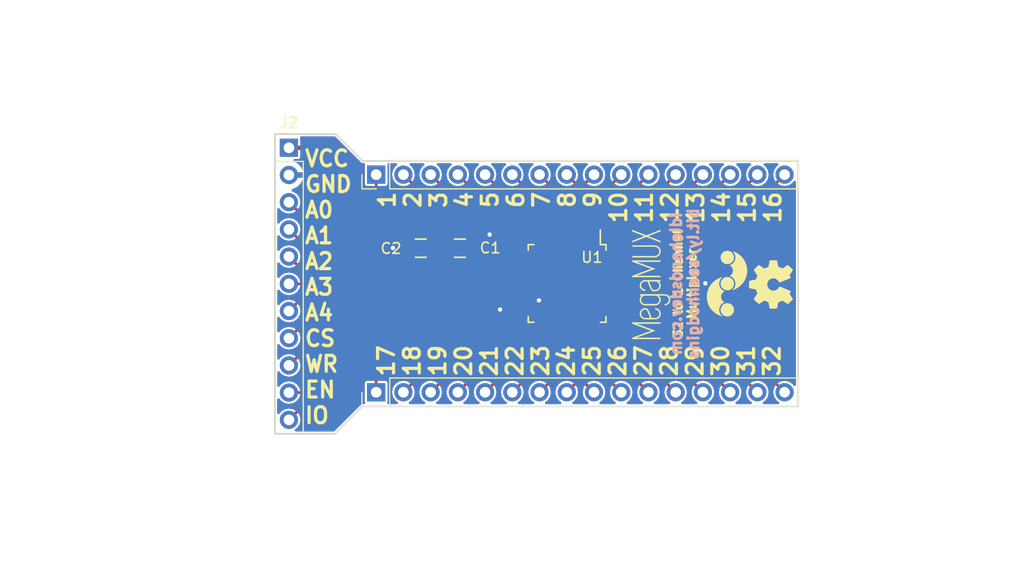
<source format=kicad_pcb>
(kicad_pcb (version 4) (host pcbnew 4.0.4-stable)

  (general
    (links 49)
    (no_connects 0)
    (area 117.031391 63.375 216.593451 119.301397)
    (thickness 1.6)
    (drawings 16)
    (tracks 176)
    (zones 0)
    (modules 10)
    (nets 44)
  )

  (page A4)
  (layers
    (0 F.Cu signal)
    (31 B.Cu signal)
    (32 B.Adhes user)
    (33 F.Adhes user)
    (34 B.Paste user)
    (35 F.Paste user)
    (36 B.SilkS user)
    (37 F.SilkS user)
    (38 B.Mask user)
    (39 F.Mask user)
    (40 Dwgs.User user)
    (41 Cmts.User user)
    (42 Eco1.User user)
    (43 Eco2.User user)
    (44 Edge.Cuts user)
    (45 Margin user)
    (46 B.CrtYd user)
    (47 F.CrtYd user)
    (48 B.Fab user)
    (49 F.Fab user)
  )

  (setup
    (last_trace_width 0.25)
    (user_trace_width 0.2)
    (user_trace_width 0.4)
    (trace_clearance 0.2)
    (zone_clearance 0.13)
    (zone_45_only no)
    (trace_min 0.2)
    (segment_width 0.2)
    (edge_width 0.15)
    (via_size 0.6)
    (via_drill 0.4)
    (via_min_size 0.4)
    (via_min_drill 0.3)
    (uvia_size 0.3)
    (uvia_drill 0.1)
    (uvias_allowed no)
    (uvia_min_size 0.2)
    (uvia_min_drill 0.1)
    (pcb_text_width 0.3)
    (pcb_text_size 1.5 1.5)
    (mod_edge_width 0.15)
    (mod_text_size 1 1)
    (mod_text_width 0.15)
    (pad_size 1.524 1.524)
    (pad_drill 0.762)
    (pad_to_mask_clearance 0.2)
    (aux_axis_origin 0 0)
    (visible_elements 7FFFFF7F)
    (pcbplotparams
      (layerselection 0x010f0_80000001)
      (usegerberextensions false)
      (excludeedgelayer true)
      (linewidth 0.100000)
      (plotframeref false)
      (viasonmask false)
      (mode 1)
      (useauxorigin false)
      (hpglpennumber 1)
      (hpglpenspeed 20)
      (hpglpendiameter 15)
      (hpglpenoverlay 2)
      (psnegative false)
      (psa4output false)
      (plotreference true)
      (plotvalue true)
      (plotinvisibletext false)
      (padsonsilk false)
      (subtractmaskfromsilk false)
      (outputformat 1)
      (mirror false)
      (drillshape 0)
      (scaleselection 1)
      (outputdirectory gerbs/))
  )

  (net 0 "")
  (net 1 VCC)
  (net 2 GND)
  (net 3 CS)
  (net 4 WR)
  (net 5 EN)
  (net 6 A0)
  (net 7 A1)
  (net 8 A2)
  (net 9 A3)
  (net 10 A4)
  (net 11 IO)
  (net 12 "Net-(P1-Pad1)")
  (net 13 "Net-(P1-Pad2)")
  (net 14 "Net-(P1-Pad3)")
  (net 15 "Net-(P1-Pad4)")
  (net 16 "Net-(P1-Pad5)")
  (net 17 "Net-(P1-Pad6)")
  (net 18 "Net-(P1-Pad7)")
  (net 19 "Net-(P1-Pad8)")
  (net 20 "Net-(P1-Pad9)")
  (net 21 "Net-(P1-Pad10)")
  (net 22 "Net-(P1-Pad11)")
  (net 23 "Net-(P1-Pad12)")
  (net 24 "Net-(P1-Pad13)")
  (net 25 "Net-(P1-Pad14)")
  (net 26 "Net-(P1-Pad15)")
  (net 27 "Net-(P1-Pad16)")
  (net 28 "Net-(P2-Pad1)")
  (net 29 "Net-(P2-Pad2)")
  (net 30 "Net-(P2-Pad3)")
  (net 31 "Net-(P2-Pad4)")
  (net 32 "Net-(P2-Pad5)")
  (net 33 "Net-(P2-Pad6)")
  (net 34 "Net-(P2-Pad7)")
  (net 35 "Net-(P2-Pad8)")
  (net 36 "Net-(P2-Pad9)")
  (net 37 "Net-(P2-Pad10)")
  (net 38 "Net-(P2-Pad11)")
  (net 39 "Net-(P2-Pad12)")
  (net 40 "Net-(P2-Pad13)")
  (net 41 "Net-(P2-Pad14)")
  (net 42 "Net-(P2-Pad15)")
  (net 43 "Net-(P2-Pad16)")

  (net_class Default "This is the default net class."
    (clearance 0.2)
    (trace_width 0.25)
    (via_dia 0.6)
    (via_drill 0.4)
    (uvia_dia 0.3)
    (uvia_drill 0.1)
    (add_net A0)
    (add_net A1)
    (add_net A2)
    (add_net A3)
    (add_net A4)
    (add_net CS)
    (add_net EN)
    (add_net GND)
    (add_net IO)
    (add_net "Net-(P1-Pad1)")
    (add_net "Net-(P1-Pad10)")
    (add_net "Net-(P1-Pad11)")
    (add_net "Net-(P1-Pad12)")
    (add_net "Net-(P1-Pad13)")
    (add_net "Net-(P1-Pad14)")
    (add_net "Net-(P1-Pad15)")
    (add_net "Net-(P1-Pad16)")
    (add_net "Net-(P1-Pad2)")
    (add_net "Net-(P1-Pad3)")
    (add_net "Net-(P1-Pad4)")
    (add_net "Net-(P1-Pad5)")
    (add_net "Net-(P1-Pad6)")
    (add_net "Net-(P1-Pad7)")
    (add_net "Net-(P1-Pad8)")
    (add_net "Net-(P1-Pad9)")
    (add_net "Net-(P2-Pad1)")
    (add_net "Net-(P2-Pad10)")
    (add_net "Net-(P2-Pad11)")
    (add_net "Net-(P2-Pad12)")
    (add_net "Net-(P2-Pad13)")
    (add_net "Net-(P2-Pad14)")
    (add_net "Net-(P2-Pad15)")
    (add_net "Net-(P2-Pad16)")
    (add_net "Net-(P2-Pad2)")
    (add_net "Net-(P2-Pad3)")
    (add_net "Net-(P2-Pad4)")
    (add_net "Net-(P2-Pad5)")
    (add_net "Net-(P2-Pad6)")
    (add_net "Net-(P2-Pad7)")
    (add_net "Net-(P2-Pad8)")
    (add_net "Net-(P2-Pad9)")
    (add_net VCC)
    (add_net WR)
  )

  (module Capacitors_SMD:C_0805 (layer F.Cu) (tedit 5AF9F0E4) (tstamp 5AF9D092)
    (at 160.15 86.55)
    (descr "Capacitor SMD 0805, reflow soldering, AVX (see smccp.pdf)")
    (tags "capacitor 0805")
    (path /5AF9DF23)
    (attr smd)
    (fp_text reference C1 (at 2.825 -0.025) (layer F.SilkS)
      (effects (font (size 1 1) (thickness 0.15)))
    )
    (fp_text value 0.1uF (at 0 2.1) (layer F.Fab) hide
      (effects (font (size 1 1) (thickness 0.15)))
    )
    (fp_line (start -1.8 -1) (end 1.8 -1) (layer F.CrtYd) (width 0.05))
    (fp_line (start -1.8 1) (end 1.8 1) (layer F.CrtYd) (width 0.05))
    (fp_line (start -1.8 -1) (end -1.8 1) (layer F.CrtYd) (width 0.05))
    (fp_line (start 1.8 -1) (end 1.8 1) (layer F.CrtYd) (width 0.05))
    (fp_line (start 0.5 -0.85) (end -0.5 -0.85) (layer F.SilkS) (width 0.15))
    (fp_line (start -0.5 0.85) (end 0.5 0.85) (layer F.SilkS) (width 0.15))
    (pad 1 smd rect (at -1 0) (size 1 1.25) (layers F.Cu F.Paste F.Mask)
      (net 1 VCC))
    (pad 2 smd rect (at 1 0) (size 1 1.25) (layers F.Cu F.Paste F.Mask)
      (net 2 GND))
    (model Capacitors_SMD.3dshapes/C_0805.wrl
      (at (xyz 0 0 0))
      (scale (xyz 1 1 1))
      (rotate (xyz 0 0 0))
    )
  )

  (module Capacitors_SMD:C_0805 (layer F.Cu) (tedit 5AF9F0EB) (tstamp 5AF9D098)
    (at 156.5 86.55 180)
    (descr "Capacitor SMD 0805, reflow soldering, AVX (see smccp.pdf)")
    (tags "capacitor 0805")
    (path /5AF9DE9A)
    (attr smd)
    (fp_text reference C2 (at 2.775 -0.025 180) (layer F.SilkS)
      (effects (font (size 1 1) (thickness 0.15)))
    )
    (fp_text value 1uF (at 0 2.1 180) (layer F.Fab) hide
      (effects (font (size 1 1) (thickness 0.15)))
    )
    (fp_line (start -1.8 -1) (end 1.8 -1) (layer F.CrtYd) (width 0.05))
    (fp_line (start -1.8 1) (end 1.8 1) (layer F.CrtYd) (width 0.05))
    (fp_line (start -1.8 -1) (end -1.8 1) (layer F.CrtYd) (width 0.05))
    (fp_line (start 1.8 -1) (end 1.8 1) (layer F.CrtYd) (width 0.05))
    (fp_line (start 0.5 -0.85) (end -0.5 -0.85) (layer F.SilkS) (width 0.15))
    (fp_line (start -0.5 0.85) (end 0.5 0.85) (layer F.SilkS) (width 0.15))
    (pad 1 smd rect (at -1 0 180) (size 1 1.25) (layers F.Cu F.Paste F.Mask)
      (net 1 VCC))
    (pad 2 smd rect (at 1 0 180) (size 1 1.25) (layers F.Cu F.Paste F.Mask)
      (net 2 GND))
    (model Capacitors_SMD.3dshapes/C_0805.wrl
      (at (xyz 0 0 0))
      (scale (xyz 1 1 1))
      (rotate (xyz 0 0 0))
    )
  )

  (module Pin_Headers:Pin_Header_Straight_1x11_Pitch2.54mm (layer F.Cu) (tedit 5AF9D0A3) (tstamp 5AF9D0CB)
    (at 144.2 77.175)
    (descr "Through hole straight pin header, 1x11, 2.54mm pitch, single row")
    (tags "Through hole pin header THT 1x11 2.54mm single row")
    (path /5AF9E2E8)
    (fp_text reference J2 (at 0 -2.33) (layer F.SilkS)
      (effects (font (size 1 1) (thickness 0.15)))
    )
    (fp_text value Conn_01x11 (at 0 27.73) (layer F.Fab) hide
      (effects (font (size 1 1) (thickness 0.15)))
    )
    (fp_line (start -0.635 -1.27) (end 1.27 -1.27) (layer F.Fab) (width 0.1))
    (fp_line (start 1.27 -1.27) (end 1.27 26.67) (layer F.Fab) (width 0.1))
    (fp_line (start 1.27 26.67) (end -1.27 26.67) (layer F.Fab) (width 0.1))
    (fp_line (start -1.27 26.67) (end -1.27 -0.635) (layer F.Fab) (width 0.1))
    (fp_line (start -1.27 -0.635) (end -0.635 -1.27) (layer F.Fab) (width 0.1))
    (fp_line (start -1.33 26.73) (end 1.33 26.73) (layer F.SilkS) (width 0.12))
    (fp_line (start -1.33 1.27) (end -1.33 26.73) (layer F.SilkS) (width 0.12))
    (fp_line (start 1.33 1.27) (end 1.33 26.73) (layer F.SilkS) (width 0.12))
    (fp_line (start -1.33 1.27) (end 1.33 1.27) (layer F.SilkS) (width 0.12))
    (fp_line (start -1.33 0) (end -1.33 -1.33) (layer F.SilkS) (width 0.12))
    (fp_line (start -1.33 -1.33) (end 0 -1.33) (layer F.SilkS) (width 0.12))
    (fp_line (start -1.8 -1.8) (end -1.8 27.2) (layer F.CrtYd) (width 0.05))
    (fp_line (start -1.8 27.2) (end 1.8 27.2) (layer F.CrtYd) (width 0.05))
    (fp_line (start 1.8 27.2) (end 1.8 -1.8) (layer F.CrtYd) (width 0.05))
    (fp_line (start 1.8 -1.8) (end -1.8 -1.8) (layer F.CrtYd) (width 0.05))
    (fp_text user %R (at 0 12.7 90) (layer F.Fab)
      (effects (font (size 1 1) (thickness 0.15)))
    )
    (pad 1 thru_hole rect (at 0 0) (size 1.7 1.7) (drill 1) (layers *.Cu *.Mask)
      (net 1 VCC))
    (pad 2 thru_hole oval (at 0 2.54) (size 1.7 1.7) (drill 1) (layers *.Cu *.Mask)
      (net 2 GND))
    (pad 3 thru_hole oval (at 0 5.08) (size 1.7 1.7) (drill 1) (layers *.Cu *.Mask)
      (net 6 A0))
    (pad 4 thru_hole oval (at 0 7.62) (size 1.7 1.7) (drill 1) (layers *.Cu *.Mask)
      (net 7 A1))
    (pad 5 thru_hole oval (at 0 10.16) (size 1.7 1.7) (drill 1) (layers *.Cu *.Mask)
      (net 8 A2))
    (pad 6 thru_hole oval (at 0 12.7) (size 1.7 1.7) (drill 1) (layers *.Cu *.Mask)
      (net 9 A3))
    (pad 7 thru_hole oval (at 0 15.24) (size 1.7 1.7) (drill 1) (layers *.Cu *.Mask)
      (net 10 A4))
    (pad 8 thru_hole oval (at 0 17.78) (size 1.7 1.7) (drill 1) (layers *.Cu *.Mask)
      (net 3 CS))
    (pad 9 thru_hole oval (at 0 20.32) (size 1.7 1.7) (drill 1) (layers *.Cu *.Mask)
      (net 4 WR))
    (pad 10 thru_hole oval (at 0 22.86) (size 1.7 1.7) (drill 1) (layers *.Cu *.Mask)
      (net 5 EN))
    (pad 11 thru_hole oval (at 0 25.4) (size 1.7 1.7) (drill 1) (layers *.Cu *.Mask)
      (net 11 IO))
    (model ${KISYS3DMOD}/Pin_Headers.3dshapes/Pin_Header_Straight_1x11_Pitch2.54mm.wrl
      (at (xyz 0 0 0))
      (scale (xyz 1 1 1))
      (rotate (xyz 0 0 0))
    )
  )

  (module project_libs:TQFP-48_7x7mm_Pitch0.5mm (layer F.Cu) (tedit 5AF9F4DE) (tstamp 5AF9D0FF)
    (at 170.15 89.84 270)
    (descr "48 LEAD TQFP 7x7mm (see MICREL TQFP7x7-48LD-PL-1.pdf)")
    (tags "QFP 0.5")
    (path /5AF9D7A6)
    (attr smd)
    (fp_text reference U1 (at -2.44 -2.325 360) (layer F.SilkS)
      (effects (font (size 1 1) (thickness 0.15)))
    )
    (fp_text value ADG732 (at 0 6 270) (layer F.Fab)
      (effects (font (size 1 1) (thickness 0.15)))
    )
    (fp_line (start -5.25 -5.25) (end -5.25 5.25) (layer F.CrtYd) (width 0.05))
    (fp_line (start 5.25 -5.25) (end 5.25 5.25) (layer F.CrtYd) (width 0.05))
    (fp_line (start -5.25 -5.25) (end 5.25 -5.25) (layer F.CrtYd) (width 0.05))
    (fp_line (start -5.25 5.25) (end 5.25 5.25) (layer F.CrtYd) (width 0.05))
    (fp_line (start -3.625 -3.625) (end -3.625 -3.1) (layer F.SilkS) (width 0.15))
    (fp_line (start 3.625 -3.625) (end 3.625 -3.1) (layer F.SilkS) (width 0.15))
    (fp_line (start 3.625 3.625) (end 3.625 3.1) (layer F.SilkS) (width 0.15))
    (fp_line (start -3.625 3.625) (end -3.625 3.1) (layer F.SilkS) (width 0.15))
    (fp_line (start -3.625 -3.625) (end -3.1 -3.625) (layer F.SilkS) (width 0.15))
    (fp_line (start -3.625 3.625) (end -3.1 3.625) (layer F.SilkS) (width 0.15))
    (fp_line (start 3.625 3.625) (end 3.1 3.625) (layer F.SilkS) (width 0.15))
    (fp_line (start 3.625 -3.625) (end 3.1 -3.625) (layer F.SilkS) (width 0.15))
    (fp_line (start -3.625 -3.1) (end -5 -3.1) (layer F.SilkS) (width 0.15))
    (pad 1 smd rect (at -4.35 -2.75 270) (size 1.3 0.25) (layers F.Cu F.Paste F.Mask)
      (net 23 "Net-(P1-Pad12)"))
    (pad 2 smd rect (at -4.35 -2.25 270) (size 1.3 0.25) (layers F.Cu F.Paste F.Mask)
      (net 22 "Net-(P1-Pad11)"))
    (pad 3 smd rect (at -4.35 -1.75 270) (size 1.3 0.25) (layers F.Cu F.Paste F.Mask)
      (net 21 "Net-(P1-Pad10)"))
    (pad 4 smd rect (at -4.35 -1.25 270) (size 1.3 0.25) (layers F.Cu F.Paste F.Mask)
      (net 20 "Net-(P1-Pad9)"))
    (pad 5 smd rect (at -4.35 -0.75 270) (size 1.3 0.25) (layers F.Cu F.Paste F.Mask)
      (net 19 "Net-(P1-Pad8)"))
    (pad 6 smd rect (at -4.35 -0.25 270) (size 1.3 0.25) (layers F.Cu F.Paste F.Mask)
      (net 18 "Net-(P1-Pad7)"))
    (pad 7 smd rect (at -4.35 0.25 270) (size 1.3 0.25) (layers F.Cu F.Paste F.Mask)
      (net 17 "Net-(P1-Pad6)"))
    (pad 8 smd rect (at -4.35 0.75 270) (size 1.3 0.25) (layers F.Cu F.Paste F.Mask)
      (net 16 "Net-(P1-Pad5)"))
    (pad 9 smd rect (at -4.35 1.25 270) (size 1.3 0.25) (layers F.Cu F.Paste F.Mask)
      (net 15 "Net-(P1-Pad4)"))
    (pad 10 smd rect (at -4.35 1.75 270) (size 1.3 0.25) (layers F.Cu F.Paste F.Mask)
      (net 14 "Net-(P1-Pad3)"))
    (pad 11 smd rect (at -4.35 2.25 270) (size 1.3 0.25) (layers F.Cu F.Paste F.Mask)
      (net 13 "Net-(P1-Pad2)"))
    (pad 12 smd rect (at -4.35 2.75 270) (size 1.3 0.25) (layers F.Cu F.Paste F.Mask)
      (net 12 "Net-(P1-Pad1)"))
    (pad 13 smd rect (at -2.75 4.35) (size 1.3 0.25) (layers F.Cu F.Paste F.Mask)
      (net 1 VCC))
    (pad 14 smd rect (at -2.25 4.35) (size 1.3 0.25) (layers F.Cu F.Paste F.Mask)
      (net 1 VCC))
    (pad 15 smd rect (at -1.75 4.35) (size 1.3 0.25) (layers F.Cu F.Paste F.Mask)
      (net 6 A0))
    (pad 16 smd rect (at -1.25 4.35) (size 1.3 0.25) (layers F.Cu F.Paste F.Mask)
      (net 7 A1))
    (pad 17 smd rect (at -0.75 4.35) (size 1.3 0.25) (layers F.Cu F.Paste F.Mask)
      (net 8 A2))
    (pad 18 smd rect (at -0.25 4.35) (size 1.3 0.25) (layers F.Cu F.Paste F.Mask)
      (net 9 A3))
    (pad 19 smd rect (at 0.25 4.35) (size 1.3 0.25) (layers F.Cu F.Paste F.Mask)
      (net 10 A4))
    (pad 20 smd rect (at 0.75 4.35) (size 1.3 0.25) (layers F.Cu F.Paste F.Mask)
      (net 3 CS))
    (pad 21 smd rect (at 1.25 4.35) (size 1.3 0.25) (layers F.Cu F.Paste F.Mask)
      (net 4 WR))
    (pad 22 smd rect (at 1.75 4.35) (size 1.3 0.25) (layers F.Cu F.Paste F.Mask)
      (net 5 EN))
    (pad 23 smd rect (at 2.25 4.35) (size 1.3 0.25) (layers F.Cu F.Paste F.Mask)
      (net 2 GND))
    (pad 24 smd rect (at 2.75 4.35) (size 1.3 0.25) (layers F.Cu F.Paste F.Mask)
      (net 2 GND))
    (pad 25 smd rect (at 4.35 2.75 270) (size 1.3 0.25) (layers F.Cu F.Paste F.Mask)
      (net 28 "Net-(P2-Pad1)"))
    (pad 26 smd rect (at 4.35 2.25 270) (size 1.3 0.25) (layers F.Cu F.Paste F.Mask)
      (net 29 "Net-(P2-Pad2)"))
    (pad 27 smd rect (at 4.35 1.75 270) (size 1.3 0.25) (layers F.Cu F.Paste F.Mask)
      (net 30 "Net-(P2-Pad3)"))
    (pad 28 smd rect (at 4.35 1.25 270) (size 1.3 0.25) (layers F.Cu F.Paste F.Mask)
      (net 31 "Net-(P2-Pad4)"))
    (pad 29 smd rect (at 4.35 0.75 270) (size 1.3 0.25) (layers F.Cu F.Paste F.Mask)
      (net 32 "Net-(P2-Pad5)"))
    (pad 30 smd rect (at 4.35 0.25 270) (size 1.3 0.25) (layers F.Cu F.Paste F.Mask)
      (net 33 "Net-(P2-Pad6)"))
    (pad 31 smd rect (at 4.35 -0.25 270) (size 1.3 0.25) (layers F.Cu F.Paste F.Mask)
      (net 34 "Net-(P2-Pad7)"))
    (pad 32 smd rect (at 4.35 -0.75 270) (size 1.3 0.25) (layers F.Cu F.Paste F.Mask)
      (net 35 "Net-(P2-Pad8)"))
    (pad 33 smd rect (at 4.35 -1.25 270) (size 1.3 0.25) (layers F.Cu F.Paste F.Mask)
      (net 36 "Net-(P2-Pad9)"))
    (pad 34 smd rect (at 4.35 -1.75 270) (size 1.3 0.25) (layers F.Cu F.Paste F.Mask)
      (net 37 "Net-(P2-Pad10)"))
    (pad 35 smd rect (at 4.35 -2.25 270) (size 1.3 0.25) (layers F.Cu F.Paste F.Mask)
      (net 38 "Net-(P2-Pad11)"))
    (pad 36 smd rect (at 4.35 -2.75 270) (size 1.3 0.25) (layers F.Cu F.Paste F.Mask)
      (net 39 "Net-(P2-Pad12)"))
    (pad 37 smd rect (at 2.75 -4.35) (size 1.3 0.25) (layers F.Cu F.Paste F.Mask)
      (net 40 "Net-(P2-Pad13)"))
    (pad 38 smd rect (at 2.25 -4.35) (size 1.3 0.25) (layers F.Cu F.Paste F.Mask)
      (net 41 "Net-(P2-Pad14)"))
    (pad 39 smd rect (at 1.75 -4.35) (size 1.3 0.25) (layers F.Cu F.Paste F.Mask)
      (net 42 "Net-(P2-Pad15)"))
    (pad 40 smd rect (at 1.25 -4.35) (size 1.3 0.25) (layers F.Cu F.Paste F.Mask)
      (net 43 "Net-(P2-Pad16)"))
    (pad 41 smd rect (at 0.75 -4.35) (size 1.3 0.25) (layers F.Cu F.Paste F.Mask))
    (pad 42 smd rect (at 0.25 -4.35) (size 1.3 0.25) (layers F.Cu F.Paste F.Mask))
    (pad 43 smd rect (at -0.25 -4.35) (size 1.3 0.25) (layers F.Cu F.Paste F.Mask)
      (net 11 IO))
    (pad 44 smd rect (at -0.75 -4.35) (size 1.3 0.25) (layers F.Cu F.Paste F.Mask))
    (pad 45 smd rect (at -1.25 -4.35) (size 1.3 0.25) (layers F.Cu F.Paste F.Mask)
      (net 27 "Net-(P1-Pad16)"))
    (pad 46 smd rect (at -1.75 -4.35) (size 1.3 0.25) (layers F.Cu F.Paste F.Mask)
      (net 26 "Net-(P1-Pad15)"))
    (pad 47 smd rect (at -2.25 -4.35) (size 1.3 0.25) (layers F.Cu F.Paste F.Mask)
      (net 25 "Net-(P1-Pad14)"))
    (pad 48 smd rect (at -2.75 -4.35) (size 1.3 0.25) (layers F.Cu F.Paste F.Mask)
      (net 24 "Net-(P1-Pad13)"))
    (model Housings_QFP.3dshapes/TQFP-48_7x7mm_Pitch0.5mm.wrl
      (at (xyz 0 0 0))
      (scale (xyz 1 1 1))
      (rotate (xyz 0 0 0))
    )
  )

  (module Pin_Headers:Pin_Header_Straight_1x16_Pitch2.54mm (layer F.Cu) (tedit 5AF9F4D8) (tstamp 5AF9F03E)
    (at 152.34 79.68 90)
    (descr "Through hole straight pin header, 1x16, 2.54mm pitch, single row")
    (tags "Through hole pin header THT 1x16 2.54mm single row")
    (path /5AF9F017)
    (fp_text reference P1 (at 0 -2.33 90) (layer F.SilkS) hide
      (effects (font (size 1 1) (thickness 0.15)))
    )
    (fp_text value CONN_01X16 (at 0 40.43 90) (layer F.Fab) hide
      (effects (font (size 1 1) (thickness 0.15)))
    )
    (fp_line (start -0.635 -1.27) (end 1.27 -1.27) (layer F.Fab) (width 0.1))
    (fp_line (start 1.27 -1.27) (end 1.27 39.37) (layer F.Fab) (width 0.1))
    (fp_line (start 1.27 39.37) (end -1.27 39.37) (layer F.Fab) (width 0.1))
    (fp_line (start -1.27 39.37) (end -1.27 -0.635) (layer F.Fab) (width 0.1))
    (fp_line (start -1.27 -0.635) (end -0.635 -1.27) (layer F.Fab) (width 0.1))
    (fp_line (start -1.33 39.43) (end 1.33 39.43) (layer F.SilkS) (width 0.12))
    (fp_line (start -1.33 1.27) (end -1.33 39.43) (layer F.SilkS) (width 0.12))
    (fp_line (start 1.33 1.27) (end 1.33 39.43) (layer F.SilkS) (width 0.12))
    (fp_line (start -1.33 1.27) (end 1.33 1.27) (layer F.SilkS) (width 0.12))
    (fp_line (start -1.33 0) (end -1.33 -1.33) (layer F.SilkS) (width 0.12))
    (fp_line (start -1.33 -1.33) (end 0 -1.33) (layer F.SilkS) (width 0.12))
    (fp_line (start -1.8 -1.8) (end -1.8 39.9) (layer F.CrtYd) (width 0.05))
    (fp_line (start -1.8 39.9) (end 1.8 39.9) (layer F.CrtYd) (width 0.05))
    (fp_line (start 1.8 39.9) (end 1.8 -1.8) (layer F.CrtYd) (width 0.05))
    (fp_line (start 1.8 -1.8) (end -1.8 -1.8) (layer F.CrtYd) (width 0.05))
    (fp_text user %R (at 0 19.05 180) (layer F.Fab)
      (effects (font (size 1 1) (thickness 0.15)))
    )
    (pad 1 thru_hole rect (at 0 0 90) (size 1.7 1.7) (drill 1) (layers *.Cu *.Mask)
      (net 12 "Net-(P1-Pad1)"))
    (pad 2 thru_hole oval (at 0 2.54 90) (size 1.7 1.7) (drill 1) (layers *.Cu *.Mask)
      (net 13 "Net-(P1-Pad2)"))
    (pad 3 thru_hole oval (at 0 5.08 90) (size 1.7 1.7) (drill 1) (layers *.Cu *.Mask)
      (net 14 "Net-(P1-Pad3)"))
    (pad 4 thru_hole oval (at 0 7.62 90) (size 1.7 1.7) (drill 1) (layers *.Cu *.Mask)
      (net 15 "Net-(P1-Pad4)"))
    (pad 5 thru_hole oval (at 0 10.16 90) (size 1.7 1.7) (drill 1) (layers *.Cu *.Mask)
      (net 16 "Net-(P1-Pad5)"))
    (pad 6 thru_hole oval (at 0 12.7 90) (size 1.7 1.7) (drill 1) (layers *.Cu *.Mask)
      (net 17 "Net-(P1-Pad6)"))
    (pad 7 thru_hole oval (at 0 15.24 90) (size 1.7 1.7) (drill 1) (layers *.Cu *.Mask)
      (net 18 "Net-(P1-Pad7)"))
    (pad 8 thru_hole oval (at 0 17.78 90) (size 1.7 1.7) (drill 1) (layers *.Cu *.Mask)
      (net 19 "Net-(P1-Pad8)"))
    (pad 9 thru_hole oval (at 0 20.32 90) (size 1.7 1.7) (drill 1) (layers *.Cu *.Mask)
      (net 20 "Net-(P1-Pad9)"))
    (pad 10 thru_hole oval (at 0 22.86 90) (size 1.7 1.7) (drill 1) (layers *.Cu *.Mask)
      (net 21 "Net-(P1-Pad10)"))
    (pad 11 thru_hole oval (at 0 25.4 90) (size 1.7 1.7) (drill 1) (layers *.Cu *.Mask)
      (net 22 "Net-(P1-Pad11)"))
    (pad 12 thru_hole oval (at 0 27.94 90) (size 1.7 1.7) (drill 1) (layers *.Cu *.Mask)
      (net 23 "Net-(P1-Pad12)"))
    (pad 13 thru_hole oval (at 0 30.48 90) (size 1.7 1.7) (drill 1) (layers *.Cu *.Mask)
      (net 24 "Net-(P1-Pad13)"))
    (pad 14 thru_hole oval (at 0 33.02 90) (size 1.7 1.7) (drill 1) (layers *.Cu *.Mask)
      (net 25 "Net-(P1-Pad14)"))
    (pad 15 thru_hole oval (at 0 35.56 90) (size 1.7 1.7) (drill 1) (layers *.Cu *.Mask)
      (net 26 "Net-(P1-Pad15)"))
    (pad 16 thru_hole oval (at 0 38.1 90) (size 1.7 1.7) (drill 1) (layers *.Cu *.Mask)
      (net 27 "Net-(P1-Pad16)"))
    (model ${KISYS3DMOD}/Pin_Headers.3dshapes/Pin_Header_Straight_1x16_Pitch2.54mm.wrl
      (at (xyz 0 0 0))
      (scale (xyz 1 1 1))
      (rotate (xyz 0 0 0))
    )
  )

  (module Pin_Headers:Pin_Header_Straight_1x16_Pitch2.54mm (layer F.Cu) (tedit 5AF9F4DC) (tstamp 5AF9F052)
    (at 152.34 100 90)
    (descr "Through hole straight pin header, 1x16, 2.54mm pitch, single row")
    (tags "Through hole pin header THT 1x16 2.54mm single row")
    (path /5AF9F0BB)
    (fp_text reference P2 (at 0 -2.33 90) (layer F.SilkS) hide
      (effects (font (size 1 1) (thickness 0.15)))
    )
    (fp_text value CONN_01X16 (at 0 40.43 90) (layer F.Fab) hide
      (effects (font (size 1 1) (thickness 0.15)))
    )
    (fp_line (start -0.635 -1.27) (end 1.27 -1.27) (layer F.Fab) (width 0.1))
    (fp_line (start 1.27 -1.27) (end 1.27 39.37) (layer F.Fab) (width 0.1))
    (fp_line (start 1.27 39.37) (end -1.27 39.37) (layer F.Fab) (width 0.1))
    (fp_line (start -1.27 39.37) (end -1.27 -0.635) (layer F.Fab) (width 0.1))
    (fp_line (start -1.27 -0.635) (end -0.635 -1.27) (layer F.Fab) (width 0.1))
    (fp_line (start -1.33 39.43) (end 1.33 39.43) (layer F.SilkS) (width 0.12))
    (fp_line (start -1.33 1.27) (end -1.33 39.43) (layer F.SilkS) (width 0.12))
    (fp_line (start 1.33 1.27) (end 1.33 39.43) (layer F.SilkS) (width 0.12))
    (fp_line (start -1.33 1.27) (end 1.33 1.27) (layer F.SilkS) (width 0.12))
    (fp_line (start -1.33 0) (end -1.33 -1.33) (layer F.SilkS) (width 0.12))
    (fp_line (start -1.33 -1.33) (end 0 -1.33) (layer F.SilkS) (width 0.12))
    (fp_line (start -1.8 -1.8) (end -1.8 39.9) (layer F.CrtYd) (width 0.05))
    (fp_line (start -1.8 39.9) (end 1.8 39.9) (layer F.CrtYd) (width 0.05))
    (fp_line (start 1.8 39.9) (end 1.8 -1.8) (layer F.CrtYd) (width 0.05))
    (fp_line (start 1.8 -1.8) (end -1.8 -1.8) (layer F.CrtYd) (width 0.05))
    (fp_text user %R (at 0 19.05 180) (layer F.Fab)
      (effects (font (size 1 1) (thickness 0.15)))
    )
    (pad 1 thru_hole rect (at 0 0 90) (size 1.7 1.7) (drill 1) (layers *.Cu *.Mask)
      (net 28 "Net-(P2-Pad1)"))
    (pad 2 thru_hole oval (at 0 2.54 90) (size 1.7 1.7) (drill 1) (layers *.Cu *.Mask)
      (net 29 "Net-(P2-Pad2)"))
    (pad 3 thru_hole oval (at 0 5.08 90) (size 1.7 1.7) (drill 1) (layers *.Cu *.Mask)
      (net 30 "Net-(P2-Pad3)"))
    (pad 4 thru_hole oval (at 0 7.62 90) (size 1.7 1.7) (drill 1) (layers *.Cu *.Mask)
      (net 31 "Net-(P2-Pad4)"))
    (pad 5 thru_hole oval (at 0 10.16 90) (size 1.7 1.7) (drill 1) (layers *.Cu *.Mask)
      (net 32 "Net-(P2-Pad5)"))
    (pad 6 thru_hole oval (at 0 12.7 90) (size 1.7 1.7) (drill 1) (layers *.Cu *.Mask)
      (net 33 "Net-(P2-Pad6)"))
    (pad 7 thru_hole oval (at 0 15.24 90) (size 1.7 1.7) (drill 1) (layers *.Cu *.Mask)
      (net 34 "Net-(P2-Pad7)"))
    (pad 8 thru_hole oval (at 0 17.78 90) (size 1.7 1.7) (drill 1) (layers *.Cu *.Mask)
      (net 35 "Net-(P2-Pad8)"))
    (pad 9 thru_hole oval (at 0 20.32 90) (size 1.7 1.7) (drill 1) (layers *.Cu *.Mask)
      (net 36 "Net-(P2-Pad9)"))
    (pad 10 thru_hole oval (at 0 22.86 90) (size 1.7 1.7) (drill 1) (layers *.Cu *.Mask)
      (net 37 "Net-(P2-Pad10)"))
    (pad 11 thru_hole oval (at 0 25.4 90) (size 1.7 1.7) (drill 1) (layers *.Cu *.Mask)
      (net 38 "Net-(P2-Pad11)"))
    (pad 12 thru_hole oval (at 0 27.94 90) (size 1.7 1.7) (drill 1) (layers *.Cu *.Mask)
      (net 39 "Net-(P2-Pad12)"))
    (pad 13 thru_hole oval (at 0 30.48 90) (size 1.7 1.7) (drill 1) (layers *.Cu *.Mask)
      (net 40 "Net-(P2-Pad13)"))
    (pad 14 thru_hole oval (at 0 33.02 90) (size 1.7 1.7) (drill 1) (layers *.Cu *.Mask)
      (net 41 "Net-(P2-Pad14)"))
    (pad 15 thru_hole oval (at 0 35.56 90) (size 1.7 1.7) (drill 1) (layers *.Cu *.Mask)
      (net 42 "Net-(P2-Pad15)"))
    (pad 16 thru_hole oval (at 0 38.1 90) (size 1.7 1.7) (drill 1) (layers *.Cu *.Mask)
      (net 43 "Net-(P2-Pad16)"))
    (model ${KISYS3DMOD}/Pin_Headers.3dshapes/Pin_Header_Straight_1x16_Pitch2.54mm.wrl
      (at (xyz 0 0 0))
      (scale (xyz 1 1 1))
      (rotate (xyz 0 0 0))
    )
  )

  (module idlehands_footprints:megaMUX_11mm (layer F.Cu) (tedit 0) (tstamp 5AF9F5C2)
    (at 177.85 89.87 90)
    (fp_text reference G*** (at 0 0 90) (layer F.SilkS) hide
      (effects (font (thickness 0.3)))
    )
    (fp_text value LOGO (at 0.75 0 90) (layer F.SilkS) hide
      (effects (font (thickness 0.3)))
    )
    (fp_poly (pts (xy -1.409099 -0.919164) (xy -1.319661 -0.894559) (xy -1.236214 -0.855876) (xy -1.163709 -0.805016)
      (xy -1.151533 -0.794091) (xy -1.103923 -0.749557) (xy -1.103923 -0.908538) (xy -0.976923 -0.908538)
      (xy -0.977067 0.275981) (xy -0.97708 0.457579) (xy -0.977102 0.620723) (xy -0.977181 0.766494)
      (xy -0.977364 0.895976) (xy -0.977698 1.010253) (xy -0.978231 1.110408) (xy -0.979011 1.197524)
      (xy -0.980083 1.272683) (xy -0.981496 1.33697) (xy -0.983297 1.391468) (xy -0.985534 1.43726)
      (xy -0.988252 1.475428) (xy -0.9915 1.507057) (xy -0.995326 1.533229) (xy -0.999775 1.555028)
      (xy -1.004896 1.573537) (xy -1.010736 1.589839) (xy -1.017342 1.605018) (xy -1.024761 1.620156)
      (xy -1.033041 1.636337) (xy -1.036762 1.643656) (xy -1.071983 1.699399) (xy -1.120018 1.756122)
      (xy -1.175278 1.808236) (xy -1.232176 1.850154) (xy -1.257805 1.864699) (xy -1.351459 1.901551)
      (xy -1.449476 1.920608) (xy -1.548534 1.92147) (xy -1.625161 1.909064) (xy -1.715257 1.877497)
      (xy -1.797869 1.829379) (xy -1.870754 1.766981) (xy -1.931672 1.692575) (xy -1.97838 1.608433)
      (xy -2.007522 1.521658) (xy -2.015243 1.484832) (xy -2.020533 1.451812) (xy -2.022086 1.433635)
      (xy -2.021288 1.419094) (xy -2.015722 1.411057) (xy -2.000933 1.407597) (xy -1.972463 1.406785)
      (xy -1.959989 1.406769) (xy -1.897748 1.406769) (xy -1.890946 1.45804) (xy -1.871311 1.534612)
      (xy -1.834593 1.607161) (xy -1.783232 1.672424) (xy -1.719668 1.727138) (xy -1.665781 1.759128)
      (xy -1.63287 1.774666) (xy -1.606358 1.784472) (xy -1.579787 1.789843) (xy -1.5467 1.792075)
      (xy -1.50064 1.792465) (xy -1.499782 1.792464) (xy -1.449429 1.791507) (xy -1.412668 1.788274)
      (xy -1.383603 1.781879) (xy -1.356338 1.771433) (xy -1.354511 1.770603) (xy -1.274023 1.724037)
      (xy -1.207911 1.664927) (xy -1.157048 1.594236) (xy -1.122931 1.514948) (xy -1.11747 1.49578)
      (xy -1.113156 1.475668) (xy -1.109856 1.452112) (xy -1.107438 1.422607) (xy -1.105771 1.384652)
      (xy -1.10472 1.335743) (xy -1.104154 1.273376) (xy -1.10394 1.195051) (xy -1.103923 1.155878)
      (xy -1.103923 0.857882) (xy -1.151646 0.900789) (xy -1.231332 0.959702) (xy -1.319661 1.00208)
      (xy -1.413926 1.02723) (xy -1.511421 1.034456) (xy -1.609441 1.023063) (xy -1.61935 1.02083)
      (xy -1.710967 0.98949) (xy -1.794814 0.941628) (xy -1.868684 0.879453) (xy -1.930367 0.805173)
      (xy -1.977655 0.720998) (xy -2.007522 0.632658) (xy -2.011185 0.606736) (xy -2.01437 0.563649)
      (xy -2.017077 0.505764) (xy -2.019307 0.435451) (xy -2.021061 0.355075) (xy -2.022339 0.267007)
      (xy -2.023142 0.173612) (xy -2.02347 0.077259) (xy -2.023325 -0.019685) (xy -2.022707 -0.114851)
      (xy -2.021616 -0.205873) (xy -2.020053 -0.290381) (xy -2.018019 -0.366009) (xy -2.015514 -0.430388)
      (xy -2.01254 -0.481151) (xy -2.010366 -0.503115) (xy -1.890346 -0.503115) (xy -1.890346 0.610577)
      (xy -1.859152 0.676429) (xy -1.815278 0.748182) (xy -1.757697 0.810094) (xy -1.689889 0.859237)
      (xy -1.615338 0.892685) (xy -1.594867 0.898555) (xy -1.567272 0.902587) (xy -1.527974 0.904749)
      (xy -1.48475 0.904652) (xy -1.477991 0.904401) (xy -1.42818 0.900533) (xy -1.388274 0.892405)
      (xy -1.348749 0.877815) (xy -1.333985 0.871123) (xy -1.261421 0.826698) (xy -1.198992 0.767228)
      (xy -1.149914 0.695942) (xy -1.140002 0.676429) (xy -1.108807 0.610577) (xy -1.108807 -0.503115)
      (xy -1.140002 -0.568967) (xy -1.186067 -0.643907) (xy -1.246886 -0.707439) (xy -1.319688 -0.756792)
      (xy -1.336032 -0.764998) (xy -1.368588 -0.77962) (xy -1.395644 -0.788804) (xy -1.423726 -0.793796)
      (xy -1.459363 -0.795841) (xy -1.499577 -0.796192) (xy -1.546507 -0.795653) (xy -1.580438 -0.793205)
      (xy -1.607898 -0.787603) (xy -1.635414 -0.777602) (xy -1.663121 -0.764998) (xy -1.738061 -0.718933)
      (xy -1.801593 -0.658113) (xy -1.850946 -0.585312) (xy -1.859152 -0.568967) (xy -1.890346 -0.503115)
      (xy -2.010366 -0.503115) (xy -2.009096 -0.515931) (xy -2.007211 -0.526531) (xy -1.975928 -0.618278)
      (xy -1.928545 -0.701354) (xy -1.867213 -0.774057) (xy -1.794085 -0.834686) (xy -1.711312 -0.881541)
      (xy -1.621048 -0.912919) (xy -1.525444 -0.927119) (xy -1.499577 -0.927788) (xy -1.409099 -0.919164)) (layer F.SilkS) (width 0.01))
    (fp_poly (pts (xy -2.703378 -0.918678) (xy -2.613195 -0.892568) (xy -2.530093 -0.851285) (xy -2.455827 -0.796659)
      (xy -2.392152 -0.730518) (xy -2.340825 -0.65469) (xy -2.3036 -0.571004) (xy -2.282234 -0.48129)
      (xy -2.278482 -0.387374) (xy -2.278573 -0.385884) (xy -2.291194 -0.308306) (xy -2.319383 -0.241108)
      (xy -2.358684 -0.187549) (xy -2.376292 -0.16901) (xy -2.394976 -0.151852) (xy -2.416317 -0.135338)
      (xy -2.441891 -0.118731) (xy -2.47328 -0.101294) (xy -2.51206 -0.082288) (xy -2.559811 -0.060977)
      (xy -2.618112 -0.036622) (xy -2.688542 -0.008487) (xy -2.772679 0.024167) (xy -2.872103 0.062076)
      (xy -2.981536 0.103398) (xy -3.039436 0.125007) (xy -3.091425 0.144047) (xy -3.13463 0.159497)
      (xy -3.166182 0.170334) (xy -3.183211 0.175537) (xy -3.18506 0.175846) (xy -3.188882 0.182013)
      (xy -3.191581 0.201442) (xy -3.193205 0.235525) (xy -3.193806 0.285657) (xy -3.193433 0.353229)
      (xy -3.192908 0.393212) (xy -3.189654 0.610577) (xy -3.158459 0.676429) (xy -3.112394 0.751369)
      (xy -3.051575 0.814901) (xy -2.978773 0.864254) (xy -2.962429 0.87246) (xy -2.929873 0.887081)
      (xy -2.902818 0.896266) (xy -2.874735 0.901258) (xy -2.839098 0.903303) (xy -2.798884 0.903654)
      (xy -2.751954 0.903115) (xy -2.718023 0.900667) (xy -2.690564 0.895065) (xy -2.663047 0.885064)
      (xy -2.63534 0.87246) (xy -2.564751 0.829363) (xy -2.504037 0.773057) (xy -2.455711 0.706877)
      (xy -2.422286 0.634156) (xy -2.407524 0.570152) (xy -2.400979 0.517769) (xy -2.338605 0.517769)
      (xy -2.304814 0.518258) (xy -2.286116 0.520821) (xy -2.278073 0.527101) (xy -2.276244 0.538741)
      (xy -2.276231 0.540859) (xy -2.281751 0.593801) (xy -2.297091 0.655617) (xy -2.32042 0.719498)
      (xy -2.329952 0.7407) (xy -2.379478 0.823297) (xy -2.442864 0.893935) (xy -2.517706 0.951487)
      (xy -2.6016 0.994821) (xy -2.692143 1.02281) (xy -2.786931 1.034323) (xy -2.88356 1.02823)
      (xy -2.924468 1.020064) (xy -3.014278 0.988568) (xy -3.096751 0.940507) (xy -3.16961 0.878188)
      (xy -3.230578 0.803919) (xy -3.277378 0.720006) (xy -3.30683 0.632658) (xy -3.31045 0.606941)
      (xy -3.313604 0.564056) (xy -3.316291 0.506369) (xy -3.318512 0.436246) (xy -3.320265 0.356051)
      (xy -3.321552 0.268152) (xy -3.322372 0.174912) (xy -3.322726 0.078698) (xy -3.322613 -0.018126)
      (xy -3.322186 -0.088177) (xy -3.194126 -0.088177) (xy -3.194069 -0.041016) (xy -3.19338 -0.007146)
      (xy -3.191943 0.015516) (xy -3.189645 0.029052) (xy -3.186371 0.035544) (xy -3.182006 0.037074)
      (xy -3.178142 0.036277) (xy -3.164863 0.031583) (xy -3.135671 0.020862) (xy -3.092929 0.004995)
      (xy -3.039002 -0.015136) (xy -2.976251 -0.038649) (xy -2.907042 -0.064665) (xy -2.872566 -0.077653)
      (xy -2.799575 -0.105448) (xy -2.730647 -0.132223) (xy -2.668421 -0.156912) (xy -2.615536 -0.178451)
      (xy -2.574631 -0.195773) (xy -2.548344 -0.207813) (xy -2.542466 -0.210939) (xy -2.482881 -0.251448)
      (xy -2.441228 -0.293841) (xy -2.415916 -0.340865) (xy -2.40536 -0.395267) (xy -2.40649 -0.446157)
      (xy -2.423614 -0.527632) (xy -2.458126 -0.603451) (xy -2.508107 -0.670937) (xy -2.571634 -0.727414)
      (xy -2.63534 -0.764998) (xy -2.667896 -0.77962) (xy -2.694951 -0.788804) (xy -2.723034 -0.793796)
      (xy -2.758671 -0.795841) (xy -2.798884 -0.796192) (xy -2.845815 -0.795653) (xy -2.879746 -0.793205)
      (xy -2.907205 -0.787603) (xy -2.934722 -0.777602) (xy -2.962429 -0.764998) (xy -3.037369 -0.718933)
      (xy -3.100901 -0.658113) (xy -3.150254 -0.585312) (xy -3.158459 -0.568967) (xy -3.189654 -0.503115)
      (xy -3.192796 -0.230697) (xy -3.193663 -0.15071) (xy -3.194126 -0.088177) (xy -3.322186 -0.088177)
      (xy -3.322033 -0.113193) (xy -3.320986 -0.204138) (xy -3.319473 -0.288595) (xy -3.317493 -0.3642)
      (xy -3.315046 -0.428587) (xy -3.312133 -0.47939) (xy -3.308753 -0.514243) (xy -3.30683 -0.525196)
      (xy -3.275404 -0.617641) (xy -3.227957 -0.701192) (xy -3.166594 -0.774182) (xy -3.093417 -0.834941)
      (xy -3.010534 -0.881803) (xy -2.920047 -0.913099) (xy -2.824061 -0.92716) (xy -2.798884 -0.927788)
      (xy -2.703378 -0.918678)) (layer F.SilkS) (width 0.01))
    (fp_poly (pts (xy -0.110064 -0.925682) (xy -0.023788 -0.909902) (xy 0.0584 -0.879012) (xy 0.134294 -0.833291)
      (xy 0.201687 -0.773017) (xy 0.258375 -0.698471) (xy 0.276476 -0.666791) (xy 0.288025 -0.644654)
      (xy 0.298121 -0.62419) (xy 0.306861 -0.603982) (xy 0.314343 -0.582613) (xy 0.320666 -0.558668)
      (xy 0.325928 -0.53073) (xy 0.330227 -0.497382) (xy 0.33366 -0.457208) (xy 0.336327 -0.408791)
      (xy 0.338325 -0.350716) (xy 0.339751 -0.281565) (xy 0.340705 -0.199922) (xy 0.341285 -0.10437)
      (xy 0.341587 0.006506) (xy 0.341711 0.134124) (xy 0.341754 0.275981) (xy 0.341923 1.016)
      (xy 0.214923 1.016) (xy 0.214923 0.857882) (xy 0.1672 0.900789) (xy 0.088205 0.959062)
      (xy 0.000133 1.00129) (xy -0.094006 1.026711) (xy -0.191201 1.034561) (xy -0.288442 1.02408)
      (xy -0.304979 1.020368) (xy -0.396158 0.988278) (xy -0.480807 0.938016) (xy -0.548087 0.880242)
      (xy -0.605128 0.815186) (xy -0.647966 0.746952) (xy -0.677687 0.67242) (xy -0.695381 0.588471)
      (xy -0.702136 0.491987) (xy -0.701941 0.462096) (xy -0.57612 0.462096) (xy -0.574416 0.512155)
      (xy -0.57141 0.562195) (xy -0.566659 0.599451) (xy -0.558738 0.630675) (xy -0.546221 0.662619)
      (xy -0.539538 0.67726) (xy -0.49633 0.748318) (xy -0.439108 0.8099) (xy -0.371489 0.85897)
      (xy -0.297087 0.892492) (xy -0.27602 0.898555) (xy -0.248426 0.902587) (xy -0.209128 0.904749)
      (xy -0.165904 0.904652) (xy -0.159145 0.904401) (xy -0.109334 0.900533) (xy -0.069428 0.892405)
      (xy -0.029903 0.877815) (xy -0.015139 0.871123) (xy 0.057426 0.826698) (xy 0.119855 0.767228)
      (xy 0.168932 0.695942) (xy 0.178844 0.676429) (xy 0.210039 0.610577) (xy 0.213065 0.282005)
      (xy 0.216092 -0.046567) (xy 0.125142 -0.012679) (xy 0.016671 0.027998) (xy -0.084239 0.066356)
      (xy -0.175944 0.101744) (xy -0.256798 0.133512) (xy -0.325157 0.161009) (xy -0.379377 0.183586)
      (xy -0.417813 0.200592) (xy -0.432309 0.207691) (xy -0.4701 0.23119) (xy -0.507268 0.260095)
      (xy -0.526805 0.278759) (xy -0.547606 0.304576) (xy -0.562174 0.332077) (xy -0.571274 0.365003)
      (xy -0.575668 0.407096) (xy -0.57612 0.462096) (xy -0.701941 0.462096) (xy -0.701793 0.439616)
      (xy -0.699973 0.386589) (xy -0.697294 0.348163) (xy -0.69291 0.319401) (xy -0.685978 0.295367)
      (xy -0.675654 0.271122) (xy -0.671516 0.262553) (xy -0.629408 0.19842) (xy -0.570108 0.141379)
      (xy -0.495089 0.09275) (xy -0.465962 0.078227) (xy -0.43351 0.063953) (xy -0.386541 0.044406)
      (xy -0.328855 0.021111) (xy -0.264252 -0.004406) (xy -0.196533 -0.03062) (xy -0.161192 -0.04408)
      (xy -0.093777 -0.069612) (xy -0.027802 -0.094621) (xy 0.033026 -0.117699) (xy 0.085001 -0.137441)
      (xy 0.124416 -0.152439) (xy 0.139212 -0.158086) (xy 0.214923 -0.187035) (xy 0.214923 -0.325927)
      (xy 0.213166 -0.409143) (xy 0.20743 -0.476841) (xy 0.197023 -0.532762) (xy 0.181251 -0.58065)
      (xy 0.15969 -0.623783) (xy 0.109653 -0.691427) (xy 0.048474 -0.743097) (xy -0.023126 -0.778343)
      (xy -0.104427 -0.796717) (xy -0.120256 -0.798215) (xy -0.204953 -0.795343) (xy -0.285026 -0.774863)
      (xy -0.358282 -0.738553) (xy -0.422525 -0.688192) (xy -0.475564 -0.625557) (xy -0.515203 -0.552428)
      (xy -0.53925 -0.470582) (xy -0.541516 -0.456711) (xy -0.548274 -0.410307) (xy -0.611175 -0.410307)
      (xy -0.645083 -0.410675) (xy -0.663888 -0.413045) (xy -0.672022 -0.419314) (xy -0.67392 -0.431381)
      (xy -0.673932 -0.437173) (xy -0.665706 -0.505455) (xy -0.643245 -0.579033) (xy -0.608845 -0.652783)
      (xy -0.564802 -0.721585) (xy -0.525562 -0.768176) (xy -0.451933 -0.832128) (xy -0.371363 -0.879575)
      (xy -0.286057 -0.910798) (xy -0.198223 -0.926074) (xy -0.110064 -0.925682)) (layer F.SilkS) (width 0.01))
    (fp_poly (pts (xy 2.589085 -0.549519) (xy 2.589219 -0.364587) (xy 2.58953 -0.195067) (xy 2.590017 -0.041385)
      (xy 2.590674 0.096034) (xy 2.591498 0.216766) (xy 2.592485 0.320385) (xy 2.593631 0.406466)
      (xy 2.594932 0.474585) (xy 2.596385 0.524315) (xy 2.597985 0.555232) (xy 2.599201 0.565495)
      (xy 2.627463 0.646272) (xy 2.672166 0.721041) (xy 2.730472 0.786966) (xy 2.799546 0.841209)
      (xy 2.876549 0.880935) (xy 2.931861 0.898178) (xy 3.016507 0.908131) (xy 3.100225 0.900147)
      (xy 3.180617 0.875774) (xy 3.255283 0.836558) (xy 3.321823 0.784045) (xy 3.377839 0.719783)
      (xy 3.420931 0.645318) (xy 3.447954 0.565495) (xy 3.449656 0.548106) (xy 3.451213 0.511603)
      (xy 3.452621 0.456412) (xy 3.453877 0.382959) (xy 3.454977 0.291668) (xy 3.455916 0.182965)
      (xy 3.456692 0.057273) (xy 3.457299 -0.08498) (xy 3.457734 -0.243371) (xy 3.457994 -0.417475)
      (xy 3.458069 -0.549519) (xy 3.458308 -1.621692) (xy 3.585715 -1.621692) (xy 3.583069 -0.520211)
      (xy 3.580423 0.581269) (xy 3.554092 0.653375) (xy 3.509214 0.749466) (xy 3.449489 0.834626)
      (xy 3.376663 0.90711) (xy 3.292479 0.965171) (xy 3.2016 1.006067) (xy 3.144824 1.020433)
      (xy 3.077983 1.029265) (xy 3.008527 1.032184) (xy 2.943905 1.028814) (xy 2.900645 1.021323)
      (xy 2.798111 0.98576) (xy 2.706986 0.934489) (xy 2.62796 0.868061) (xy 2.561719 0.78703)
      (xy 2.520652 0.716621) (xy 2.511787 0.699005) (xy 2.503865 0.682832) (xy 2.496833 0.666962)
      (xy 2.490638 0.650251) (xy 2.485226 0.631558) (xy 2.480545 0.60974) (xy 2.476542 0.583657)
      (xy 2.473162 0.552164) (xy 2.470354 0.514122) (xy 2.468063 0.468387) (xy 2.466238 0.413817)
      (xy 2.464824 0.349271) (xy 2.46377 0.273607) (xy 2.46302 0.185681) (xy 2.462523 0.084353)
      (xy 2.462226 -0.031519) (xy 2.462075 -0.163079) (xy 2.462016 -0.311467) (xy 2.461998 -0.477827)
      (xy 2.461991 -0.544634) (xy 2.461846 -1.621692) (xy 2.588846 -1.621692) (xy 2.589085 -0.549519)) (layer F.SilkS) (width 0.01))
    (fp_poly (pts (xy -3.604846 1.016) (xy -3.731764 1.016) (xy -3.734247 -0.112747) (xy -3.736731 -1.241493)
      (xy -4.057777 -0.35942) (xy -4.103592 -0.233662) (xy -4.147598 -0.113103) (xy -4.189326 0.000989)
      (xy -4.228309 0.107343) (xy -4.264078 0.204692) (xy -4.296166 0.291767) (xy -4.324105 0.367297)
      (xy -4.347427 0.430014) (xy -4.365663 0.47865) (xy -4.378346 0.511935) (xy -4.385009 0.5286)
      (xy -4.385861 0.530307) (xy -4.392163 0.530185) (xy -4.392899 0.525422) (xy -4.396193 0.514643)
      (xy -4.405768 0.486805) (xy -4.421161 0.443186) (xy -4.441911 0.385067) (xy -4.467554 0.313724)
      (xy -4.497629 0.230439) (xy -4.531674 0.136488) (xy -4.569227 0.033152) (xy -4.609825 -0.07829)
      (xy -4.653006 -0.196561) (xy -4.698308 -0.32038) (xy -4.714469 -0.36449) (xy -5.036038 -1.241864)
      (xy -5.038521 -0.112932) (xy -5.041005 1.016) (xy -5.167923 1.016) (xy -5.167923 -1.622585)
      (xy -5.103378 -1.619696) (xy -5.038832 -1.616807) (xy -4.71828 -0.747346) (xy -4.672199 -0.622452)
      (xy -4.627927 -0.50265) (xy -4.585944 -0.389228) (xy -4.546729 -0.28347) (xy -4.510762 -0.186664)
      (xy -4.478522 -0.100097) (xy -4.450487 -0.025055) (xy -4.427139 0.037176) (xy -4.408955 0.085309)
      (xy -4.396416 0.118057) (xy -4.39 0.134134) (xy -4.389347 0.135504) (xy -4.384408 0.129002)
      (xy -4.372987 0.104074) (xy -4.355087 0.060724) (xy -4.33071 -0.001041) (xy -4.299857 -0.081218)
      (xy -4.26253 -0.1798) (xy -4.218733 -0.296783) (xy -4.168465 -0.432161) (xy -4.111731 -0.585929)
      (xy -4.057371 -0.733957) (xy -3.733775 -1.616807) (xy -3.669311 -1.619696) (xy -3.604846 -1.622585)
      (xy -3.604846 1.016)) (layer F.SilkS) (width 0.01))
    (fp_poly (pts (xy 2.178539 1.016) (xy 2.05162 1.016) (xy 2.049137 -0.112747) (xy 2.046654 -1.241493)
      (xy 1.725607 -0.35942) (xy 1.679792 -0.233662) (xy 1.635787 -0.113103) (xy 1.594058 0.000989)
      (xy 1.555076 0.107343) (xy 1.519306 0.204692) (xy 1.487218 0.291767) (xy 1.459279 0.367297)
      (xy 1.435958 0.430014) (xy 1.417721 0.47865) (xy 1.405038 0.511935) (xy 1.398376 0.5286)
      (xy 1.397524 0.530307) (xy 1.391222 0.530185) (xy 1.390486 0.525422) (xy 1.387191 0.514643)
      (xy 1.377616 0.486805) (xy 1.362223 0.443186) (xy 1.341474 0.385067) (xy 1.315831 0.313724)
      (xy 1.285755 0.230439) (xy 1.25171 0.136488) (xy 1.214158 0.033152) (xy 1.17356 -0.07829)
      (xy 1.130379 -0.196561) (xy 1.085076 -0.32038) (xy 1.068915 -0.36449) (xy 0.747346 -1.241864)
      (xy 0.74238 1.016) (xy 0.615462 1.016) (xy 0.615462 -1.622585) (xy 0.744552 -1.616807)
      (xy 1.065105 -0.747346) (xy 1.111186 -0.622452) (xy 1.155458 -0.50265) (xy 1.197441 -0.389228)
      (xy 1.236655 -0.28347) (xy 1.272623 -0.186664) (xy 1.304863 -0.100097) (xy 1.332897 -0.025055)
      (xy 1.356246 0.037176) (xy 1.374429 0.085309) (xy 1.386969 0.118057) (xy 1.393384 0.134134)
      (xy 1.394038 0.135504) (xy 1.398977 0.129002) (xy 1.410398 0.104074) (xy 1.428298 0.060724)
      (xy 1.452675 -0.001041) (xy 1.483528 -0.081218) (xy 1.520854 -0.1798) (xy 1.564652 -0.296783)
      (xy 1.614919 -0.432161) (xy 1.671654 -0.585929) (xy 1.726014 -0.733957) (xy 2.049609 -1.616807)
      (xy 2.178539 -1.622585) (xy 2.178539 1.016)) (layer F.SilkS) (width 0.01))
    (fp_poly (pts (xy 4.055999 -1.487365) (xy 4.070656 -1.44981) (xy 4.091364 -1.396648) (xy 4.11711 -1.330489)
      (xy 4.14688 -1.253941) (xy 4.179657 -1.169615) (xy 4.214429 -1.080118) (xy 4.250181 -0.98806)
      (xy 4.274316 -0.92589) (xy 4.30791 -0.839602) (xy 4.339428 -0.759148) (xy 4.368156 -0.68631)
      (xy 4.393384 -0.622871) (xy 4.414399 -0.570614) (xy 4.430488 -0.531322) (xy 4.440939 -0.506776)
      (xy 4.445 -0.498741) (xy 4.44941 -0.507559) (xy 4.460136 -0.532824) (xy 4.476468 -0.572754)
      (xy 4.497693 -0.625566) (xy 4.523098 -0.689478) (xy 4.551971 -0.762706) (xy 4.5836 -0.843469)
      (xy 4.615684 -0.92589) (xy 4.651523 -1.018201) (xy 4.687067 -1.10971) (xy 4.7213 -1.197808)
      (xy 4.753208 -1.279884) (xy 4.781777 -1.353331) (xy 4.805992 -1.415539) (xy 4.824838 -1.463898)
      (xy 4.834001 -1.487365) (xy 4.886519 -1.621692) (xy 4.959413 -1.621692) (xy 4.998484 -1.620758)
      (xy 5.020053 -1.617732) (xy 5.026078 -1.612277) (xy 5.025307 -1.610365) (xy 5.020675 -1.599593)
      (xy 5.009536 -1.572098) (xy 4.992477 -1.529362) (xy 4.97008 -1.472868) (xy 4.942931 -1.4041)
      (xy 4.911615 -1.324539) (xy 4.876716 -1.235669) (xy 4.838819 -1.138972) (xy 4.798508 -1.035932)
      (xy 4.766808 -0.954778) (xy 4.515309 -0.310517) (xy 4.773232 0.347703) (xy 4.815436 0.455482)
      (xy 4.855491 0.557917) (xy 4.892835 0.65356) (xy 4.926906 0.740965) (xy 4.957141 0.818685)
      (xy 4.982978 0.885272) (xy 5.003854 0.93928) (xy 5.019208 0.979263) (xy 5.028477 1.003773)
      (xy 5.031154 1.011389) (xy 5.022217 1.013694) (xy 4.998666 1.014669) (xy 4.965392 1.014132)
      (xy 4.961656 1.013986) (xy 4.892157 1.011116) (xy 4.671404 0.446943) (xy 4.632383 0.347446)
      (xy 4.595384 0.253545) (xy 4.561027 0.166787) (xy 4.529934 0.088721) (xy 4.502727 0.020896)
      (xy 4.480027 -0.035142) (xy 4.462455 -0.077842) (xy 4.450634 -0.105656) (xy 4.445185 -0.117037)
      (xy 4.444959 -0.117231) (xy 4.440526 -0.108372) (xy 4.429688 -0.082828) (xy 4.41306 -0.042147)
      (xy 4.391257 0.012123) (xy 4.364894 0.078432) (xy 4.334588 0.155234) (xy 4.300951 0.240979)
      (xy 4.264601 0.334118) (xy 4.226152 0.433105) (xy 4.219884 0.449285) (xy 4.0005 1.015801)
      (xy 3.930111 1.015901) (xy 3.859722 1.016) (xy 3.882855 0.954943) (xy 3.890376 0.935341)
      (xy 3.904325 0.899242) (xy 3.924039 0.848351) (xy 3.948855 0.784378) (xy 3.97811 0.70903)
      (xy 4.011141 0.624014) (xy 4.047284 0.531038) (xy 4.085877 0.43181) (xy 4.126256 0.328037)
      (xy 4.140407 0.291683) (xy 4.374825 -0.310518) (xy 4.12172 -0.963451) (xy 4.080128 -1.070781)
      (xy 4.040666 -1.172686) (xy 4.003893 -1.267717) (xy 3.970367 -1.354427) (xy 3.940647 -1.431368)
      (xy 3.915293 -1.497092) (xy 3.894864 -1.550151) (xy 3.879919 -1.589097) (xy 3.871016 -1.612482)
      (xy 3.868616 -1.619038) (xy 3.877555 -1.620354) (xy 3.901054 -1.621304) (xy 3.934135 -1.621691)
      (xy 3.936048 -1.621692) (xy 4.003481 -1.621692) (xy 4.055999 -1.487365)) (layer F.SilkS) (width 0.01))
  )

  (module idlehands_footprints:SH_LOGO (layer B.Cu) (tedit 0) (tstamp 5AF9F608)
    (at 187.775 89.84 270)
    (fp_text reference G*** (at 0 0 270) (layer B.SilkS) hide
      (effects (font (thickness 0.3)) (justify mirror))
    )
    (fp_text value LOGO (at 0.75 0 270) (layer B.SilkS) hide
      (effects (font (thickness 0.3)) (justify mirror))
    )
    (fp_poly (pts (xy -0.734219 2.294474) (xy -0.681566 2.265207) (xy -0.640568 2.241531) (xy -0.608763 2.221779)
      (xy -0.583688 2.204281) (xy -0.56288 2.18737) (xy -0.543877 2.169376) (xy -0.533113 2.158213)
      (xy -0.517752 2.139826) (xy -0.501396 2.117087) (xy -0.486446 2.093826) (xy -0.475299 2.07387)
      (xy -0.470357 2.061048) (xy -0.47074 2.058678) (xy -0.478785 2.05963) (xy -0.498791 2.063848)
      (xy -0.527362 2.070584) (xy -0.548373 2.075818) (xy -0.641748 2.096526) (xy -0.746266 2.114359)
      (xy -0.857339 2.128601) (xy -0.933667 2.135822) (xy -0.993824 2.139305) (xy -1.066129 2.141255)
      (xy -1.146936 2.141742) (xy -1.2326 2.14084) (xy -1.319476 2.138619) (xy -1.403918 2.135152)
      (xy -1.48228 2.13051) (xy -1.550918 2.124764) (xy -1.563688 2.123431) (xy -1.814256 2.090067)
      (xy -2.073338 2.043538) (xy -2.340665 1.983905) (xy -2.61597 1.911229) (xy -2.898986 1.825571)
      (xy -2.950309 1.808916) (xy -3.017804 1.786488) (xy -3.087436 1.762795) (xy -3.157597 1.738433)
      (xy -3.226677 1.713996) (xy -3.293065 1.690079) (xy -3.355154 1.667279) (xy -3.411332 1.64619)
      (xy -3.459991 1.627407) (xy -3.499521 1.611526) (xy -3.528312 1.599141) (xy -3.544755 1.590848)
      (xy -3.548063 1.587873) (xy -3.545245 1.58569) (xy -3.536302 1.581697) (xy -3.520499 1.575652)
      (xy -3.497104 1.567315) (xy -3.465381 1.556443) (xy -3.424596 1.542795) (xy -3.374016 1.52613)
      (xy -3.312906 1.506206) (xy -3.240533 1.482782) (xy -3.156162 1.455617) (xy -3.05906 1.424468)
      (xy -2.948491 1.389095) (xy -2.823723 1.349257) (xy -2.786063 1.337243) (xy -2.630658 1.287535)
      (xy -2.489158 1.241953) (xy -2.360265 1.200052) (xy -2.242682 1.161382) (xy -2.135113 1.125497)
      (xy -2.036259 1.09195) (xy -1.944823 1.060293) (xy -1.85951 1.030078) (xy -1.77902 1.000858)
      (xy -1.702058 0.972186) (xy -1.627326 0.943614) (xy -1.553526 0.914695) (xy -1.506022 0.895733)
      (xy -1.283146 0.802393) (xy -1.07527 0.707401) (xy -0.88156 0.610234) (xy -0.701181 0.510368)
      (xy -0.533299 0.407281) (xy -0.377079 0.300449) (xy -0.231686 0.189349) (xy -0.096285 0.073457)
      (xy 0.029957 -0.047749) (xy 0.077023 -0.096716) (xy 0.106834 -0.128822) (xy 0.135262 -0.160116)
      (xy 0.159149 -0.187082) (xy 0.175338 -0.206203) (xy 0.17572 -0.206679) (xy 0.202406 -0.240014)
      (xy 0.265906 -0.235951) (xy 0.298058 -0.232287) (xy 0.340267 -0.225198) (xy 0.387339 -0.215661)
      (xy 0.434078 -0.204656) (xy 0.439694 -0.203211) (xy 0.499647 -0.188753) (xy 0.557071 -0.177014)
      (xy 0.609306 -0.168387) (xy 0.653692 -0.163268) (xy 0.687569 -0.16205) (xy 0.704682 -0.163983)
      (xy 0.723953 -0.16882) (xy 0.718833 -0.090363) (xy 0.710619 0.016565) (xy 0.699994 0.119414)
      (xy 0.686417 0.221716) (xy 0.669344 0.327006) (xy 0.648235 0.438816) (xy 0.622548 0.560682)
      (xy 0.611279 0.611225) (xy 0.587692 0.716059) (xy 0.567482 0.806828) (xy 0.550355 0.884911)
      (xy 0.536016 0.951689) (xy 0.524172 1.008541) (xy 0.514529 1.056847) (xy 0.506792 1.097986)
      (xy 0.503287 1.117801) (xy 0.496627 1.156211) (xy 0.493836 1.182161) (xy 0.497024 1.198969)
      (xy 0.508304 1.209954) (xy 0.529787 1.218434) (xy 0.563586 1.227725) (xy 0.575235 1.230841)
      (xy 0.650263 1.24461) (xy 0.72023 1.244344) (xy 0.7842 1.230209) (xy 0.841234 1.202372)
      (xy 0.873458 1.177629) (xy 0.907009 1.143225) (xy 0.937432 1.102661) (xy 0.964979 1.054992)
      (xy 0.9899 0.999271) (xy 1.012446 0.934552) (xy 1.032868 0.859889) (xy 1.051418 0.774336)
      (xy 1.068345 0.676946) (xy 1.083901 0.566775) (xy 1.098337 0.442876) (xy 1.111904 0.304302)
      (xy 1.115307 0.265907) (xy 1.120859 0.202952) (xy 1.12635 0.142389) (xy 1.131535 0.086797)
      (xy 1.136168 0.038754) (xy 1.140004 0.000838) (xy 1.142799 -0.024374) (xy 1.143226 -0.027781)
      (xy 1.146903 -0.057875) (xy 1.149586 -0.083246) (xy 1.150692 -0.098332) (xy 1.151571 -0.103801)
      (xy 1.15549 -0.107626) (xy 1.164681 -0.109982) (xy 1.181374 -0.111042) (xy 1.207804 -0.11098)
      (xy 1.246202 -0.109969) (xy 1.28389 -0.108705) (xy 1.411231 -0.100278) (xy 1.536233 -0.084409)
      (xy 1.543843 -0.083173) (xy 1.629479 -0.070972) (xy 1.714533 -0.063055) (xy 1.806836 -0.058706)
      (xy 1.813718 -0.058518) (xy 1.956593 -0.05478) (xy 1.955995 0.014282) (xy 1.955228 0.039772)
      (xy 1.953092 0.065577) (xy 1.949159 0.093457) (xy 1.943001 0.125175) (xy 1.934192 0.162491)
      (xy 1.922303 0.207165) (xy 1.906907 0.260958) (xy 1.887577 0.325632) (xy 1.863885 0.402947)
      (xy 1.853477 0.436563) (xy 1.81889 0.550585) (xy 1.790148 0.650966) (xy 1.766995 0.738719)
      (xy 1.749172 0.814859) (xy 1.736422 0.880398) (xy 1.730415 0.920213) (xy 1.724675 0.997713)
      (xy 1.729032 1.063367) (xy 1.743435 1.117054) (xy 1.767837 1.158654) (xy 1.802187 1.188047)
      (xy 1.846436 1.205112) (xy 1.847496 1.205343) (xy 1.895552 1.209279) (xy 1.941216 1.199623)
      (xy 1.984975 1.175971) (xy 2.027314 1.13792) (xy 2.068718 1.085063) (xy 2.109674 1.016998)
      (xy 2.135836 0.96535) (xy 2.16655 0.895643) (xy 2.196201 0.817021) (xy 2.225151 0.728249)
      (xy 2.253762 0.62809) (xy 2.282396 0.515307) (xy 2.311416 0.388665) (xy 2.329337 0.304679)
      (xy 2.340742 0.249999) (xy 2.351899 0.196681) (xy 2.36211 0.148035) (xy 2.370681 0.107374)
      (xy 2.376916 0.078009) (xy 2.378159 0.072213) (xy 2.390808 0.013458) (xy 2.531962 0.018757)
      (xy 2.612458 0.022567) (xy 2.692046 0.028055) (xy 2.772566 0.035488) (xy 2.85586 0.045139)
      (xy 2.943767 0.057275) (xy 3.038129 0.072168) (xy 3.140785 0.090087) (xy 3.253578 0.111301)
      (xy 3.378346 0.136082) (xy 3.4925 0.159589) (xy 3.625014 0.186784) (xy 3.743451 0.210145)
      (xy 3.847584 0.229632) (xy 3.937183 0.245206) (xy 4.012019 0.256824) (xy 4.071863 0.264448)
      (xy 4.098526 0.26694) (xy 4.165012 0.27205) (xy 4.170089 0.24499) (xy 4.170283 0.211914)
      (xy 4.160917 0.167771) (xy 4.142312 0.113918) (xy 4.134627 0.09525) (xy 4.124484 0.071608)
      (xy 4.117081 0.054674) (xy 4.114385 0.048843) (xy 4.105954 0.04664) (xy 4.083058 0.042704)
      (xy 4.046995 0.0372) (xy 3.999062 0.030295) (xy 3.940554 0.022155) (xy 3.872769 0.012946)
      (xy 3.797003 0.002834) (xy 3.714553 -0.008013) (xy 3.626716 -0.019429) (xy 3.534788 -0.031249)
      (xy 3.440066 -0.043305) (xy 3.343846 -0.055432) (xy 3.247426 -0.067463) (xy 3.152102 -0.079232)
      (xy 3.059171 -0.090571) (xy 2.969929 -0.101316) (xy 2.885674 -0.1113) (xy 2.807701 -0.120355)
      (xy 2.737307 -0.128317) (xy 2.71075 -0.131247) (xy 2.64813 -0.138154) (xy 2.590744 -0.144597)
      (xy 2.540445 -0.150359) (xy 2.499091 -0.155222) (xy 2.468536 -0.158969) (xy 2.450635 -0.161383)
      (xy 2.446635 -0.162156) (xy 2.448309 -0.170025) (xy 2.454327 -0.190567) (xy 2.463949 -0.221416)
      (xy 2.476438 -0.260206) (xy 2.491054 -0.304571) (xy 2.491679 -0.306448) (xy 2.511259 -0.366689)
      (xy 2.53006 -0.427807) (xy 2.548571 -0.491691) (xy 2.567285 -0.560229) (xy 2.586691 -0.635308)
      (xy 2.607281 -0.718817) (xy 2.629544 -0.812644) (xy 2.653973 -0.918678) (xy 2.67505 -1.011982)
      (xy 2.695698 -1.103792) (xy 2.713464 -1.182156) (xy 2.728851 -1.249137) (xy 2.742364 -1.3068)
      (xy 2.754507 -1.357208) (xy 2.765786 -1.402424) (xy 2.776703 -1.444511) (xy 2.787765 -1.485534)
      (xy 2.799476 -1.527555) (xy 2.810906 -1.567656) (xy 2.830699 -1.634288) (xy 2.848707 -1.689184)
      (xy 2.86645 -1.736136) (xy 2.885442 -1.778935) (xy 2.9072 -1.821375) (xy 2.925181 -1.853406)
      (xy 2.959182 -1.913616) (xy 2.985405 -1.963218) (xy 3.005029 -2.00471) (xy 3.019236 -2.040589)
      (xy 3.029205 -2.073352) (xy 3.029308 -2.07375) (xy 3.0367 -2.116826) (xy 3.037841 -2.160256)
      (xy 3.033303 -2.200751) (xy 3.023663 -2.235025) (xy 3.009492 -2.259791) (xy 2.994915 -2.270691)
      (xy 2.963034 -2.276817) (xy 2.922732 -2.27574) (xy 2.879601 -2.267714) (xy 2.87032 -2.265051)
      (xy 2.833959 -2.24726) (xy 2.796408 -2.217248) (xy 2.760798 -2.17807) (xy 2.730258 -2.132783)
      (xy 2.724996 -2.123188) (xy 2.712177 -2.096949) (xy 2.695803 -2.060643) (xy 2.677967 -2.019038)
      (xy 2.660763 -1.976905) (xy 2.66054 -1.976344) (xy 2.643386 -1.933617) (xy 2.62217 -1.881599)
      (xy 2.599073 -1.825596) (xy 2.576278 -1.770914) (xy 2.565595 -1.745534) (xy 2.525368 -1.647662)
      (xy 2.48138 -1.5355) (xy 2.433544 -1.408819) (xy 2.381777 -1.267394) (xy 2.325994 -1.110997)
      (xy 2.293466 -1.018217) (xy 2.249775 -0.892977) (xy 2.210939 -0.781832) (xy 2.176633 -0.683867)
      (xy 2.146538 -0.59817) (xy 2.12033 -0.523827) (xy 2.097687 -0.459925) (xy 2.078287 -0.40555)
      (xy 2.061808 -0.359789) (xy 2.047927 -0.32173) (xy 2.044907 -0.313531) (xy 2.009737 -0.218281)
      (xy 1.971259 -0.219618) (xy 1.952284 -0.220934) (xy 1.919728 -0.223921) (xy 1.875771 -0.228334)
      (xy 1.822589 -0.233924) (xy 1.762362 -0.240445) (xy 1.697267 -0.24765) (xy 1.629484 -0.255293)
      (xy 1.561189 -0.263127) (xy 1.494562 -0.270904) (xy 1.431781 -0.278378) (xy 1.375023 -0.285302)
      (xy 1.326468 -0.291429) (xy 1.288293 -0.296513) (xy 1.271984 -0.298854) (xy 1.182687 -0.312223)
      (xy 1.182687 -0.357342) (xy 1.184066 -0.380121) (xy 1.187886 -0.414904) (xy 1.193672 -0.458092)
      (xy 1.200951 -0.506086) (xy 1.207356 -0.544528) (xy 1.219153 -0.617899) (xy 1.227133 -0.681684)
      (xy 1.231885 -0.741545) (xy 1.233952 -0.800218) (xy 1.23512 -0.847827) (xy 1.236927 -0.881923)
      (xy 1.239638 -0.904867) (xy 1.243515 -0.919015) (xy 1.247982 -0.925946) (xy 1.258843 -0.934737)
      (xy 1.28007 -0.950295) (xy 1.308817 -0.970587) (xy 1.342239 -0.99358) (xy 1.350042 -0.99887)
      (xy 1.397967 -1.032983) (xy 1.433599 -1.062992) (xy 1.459038 -1.091497) (xy 1.476382 -1.121094)
      (xy 1.48773 -1.154383) (xy 1.492093 -1.17475) (xy 1.496772 -1.232621) (xy 1.48813 -1.281885)
      (xy 1.466171 -1.322523) (xy 1.456502 -1.333529) (xy 1.425272 -1.361242) (xy 1.392235 -1.380655)
      (xy 1.353897 -1.392929) (xy 1.306767 -1.399223) (xy 1.254125 -1.400734) (xy 1.206818 -1.399622)
      (xy 1.163485 -1.396066) (xy 1.120331 -1.389343) (xy 1.073563 -1.378735) (xy 1.019389 -1.363519)
      (xy 0.95954 -1.344766) (xy 0.874303 -1.31721) (xy 0.862325 -1.263839) (xy 0.845141 -1.18127)
      (xy 0.827872 -1.087085) (xy 0.811212 -0.985523) (xy 0.795856 -0.880824) (xy 0.782497 -0.777227)
      (xy 0.782102 -0.773906) (xy 0.778188 -0.73936) (xy 0.773622 -0.69657) (xy 0.768679 -0.648375)
      (xy 0.76363 -0.597613) (xy 0.758748 -0.547123) (xy 0.754305 -0.499744) (xy 0.750576 -0.458316)
      (xy 0.747831 -0.425676) (xy 0.746344 -0.404664) (xy 0.746157 -0.399644) (xy 0.740469 -0.396077)
      (xy 0.722601 -0.397018) (xy 0.691286 -0.402576) (xy 0.677384 -0.40553) (xy 0.65356 -0.411064)
      (xy 0.62032 -0.419234) (xy 0.580338 -0.429336) (xy 0.53629 -0.440665) (xy 0.49085 -0.452518)
      (xy 0.446696 -0.464192) (xy 0.4065 -0.474982) (xy 0.37294 -0.484184) (xy 0.348689 -0.491096)
      (xy 0.336424 -0.495012) (xy 0.33551 -0.495468) (xy 0.337497 -0.502992) (xy 0.3444 -0.521523)
      (xy 0.354865 -0.547485) (xy 0.358259 -0.555621) (xy 0.389965 -0.651114) (xy 0.408042 -0.753208)
      (xy 0.412485 -0.86035) (xy 0.403287 -0.970991) (xy 0.380444 -1.083581) (xy 0.360407 -1.150767)
      (xy 0.30964 -1.278675) (xy 0.244874 -1.402186) (xy 0.167552 -1.519404) (xy 0.079119 -1.628434)
      (xy -0.01898 -1.727381) (xy -0.125301 -1.81435) (xy -0.168371 -1.844405) (xy -0.307744 -1.927618)
      (xy -0.455873 -1.997645) (xy -0.612645 -2.054467) (xy -0.777948 -2.098063) (xy -0.951671 -2.128415)
      (xy -1.1337 -2.145503) (xy -1.323923 -2.149309) (xy -1.522229 -2.139812) (xy -1.728504 -2.116993)
      (xy -1.742282 -2.115035) (xy -1.914311 -2.086165) (xy -2.071677 -2.051234) (xy -2.214392 -2.010239)
      (xy -2.342465 -1.963176) (xy -2.411426 -1.932437) (xy -2.488743 -1.893437) (xy -2.553876 -1.855978)
      (xy -2.610092 -1.817947) (xy -2.660655 -1.777229) (xy -2.684027 -1.755968) (xy -2.729843 -1.708586)
      (xy -2.763174 -1.663788) (xy -2.786235 -1.618174) (xy -2.798311 -1.580659) (xy -2.802644 -1.561921)
      (xy -2.371886 -1.561921) (xy -2.364915 -1.598101) (xy -2.349125 -1.630992) (xy -2.322731 -1.664585)
      (xy -2.293171 -1.694277) (xy -2.241325 -1.735554) (xy -2.175581 -1.775469) (xy -2.097904 -1.813359)
      (xy -2.010255 -1.84856) (xy -1.914599 -1.880411) (xy -1.812897 -1.908249) (xy -1.707112 -1.93141)
      (xy -1.599208 -1.949232) (xy -1.507044 -1.95971) (xy -1.447515 -1.964426) (xy -1.398152 -1.966767)
      (xy -1.353422 -1.966743) (xy -1.307797 -1.964365) (xy -1.26092 -1.960172) (xy -1.127828 -1.940317)
      (xy -0.9964 -1.908392) (xy -0.867901 -1.865285) (xy -0.743594 -1.811884) (xy -0.624745 -1.749077)
      (xy -0.512618 -1.677752) (xy -0.408478 -1.598796) (xy -0.313588 -1.513097) (xy -0.229215 -1.421543)
      (xy -0.156622 -1.325021) (xy -0.097073 -1.22442) (xy -0.051834 -1.120628) (xy -0.04754 -1.108332)
      (xy -0.02734 -1.041745) (xy -0.014584 -0.980148) (xy -0.008108 -0.916372) (xy -0.006671 -0.856359)
      (xy -0.014679 -0.750091) (xy -0.038332 -0.646459) (xy -0.063546 -0.577) (xy -0.078281 -0.542134)
      (xy -0.088716 -0.519732) (xy -0.096793 -0.507663) (xy -0.104452 -0.503795) (xy -0.113632 -0.505994)
      (xy -0.123729 -0.510865) (xy -0.141876 -0.517884) (xy -0.170475 -0.526714) (xy -0.204457 -0.535834)
      (xy -0.218282 -0.539191) (xy -0.36771 -0.574357) (xy -0.502774 -0.606303) (xy -0.624583 -0.635348)
      (xy -0.73425 -0.661811) (xy -0.832885 -0.686011) (xy -0.921598 -0.708267) (xy -1.001502 -0.728896)
      (xy -1.073706 -0.748219) (xy -1.139321 -0.766554) (xy -1.199459 -0.784219) (xy -1.25523 -0.801534)
      (xy -1.307745 -0.818816) (xy -1.358115 -0.836386) (xy -1.407451 -0.854562) (xy -1.456865 -0.873663)
      (xy -1.507465 -0.894006) (xy -1.560365 -0.915912) (xy -1.616674 -0.939699) (xy -1.622325 -0.942104)
      (xy -1.756148 -1.000976) (xy -1.874977 -1.057306) (xy -1.979428 -1.111447) (xy -2.070117 -1.163754)
      (xy -2.147659 -1.21458) (xy -2.212668 -1.264278) (xy -2.262188 -1.30956) (xy -2.307738 -1.360286)
      (xy -2.340027 -1.407901) (xy -2.360524 -1.455205) (xy -2.370701 -1.505001) (xy -2.371823 -1.518463)
      (xy -2.371886 -1.561921) (xy -2.802644 -1.561921) (xy -2.804651 -1.553244) (xy -2.807102 -1.531394)
      (xy -2.805689 -1.50861) (xy -2.800433 -1.478395) (xy -2.798701 -1.469798) (xy -2.780349 -1.406298)
      (xy -2.750771 -1.337038) (xy -2.711787 -1.265307) (xy -2.665214 -1.194394) (xy -2.612871 -1.127587)
      (xy -2.603549 -1.116896) (xy -2.552127 -1.066085) (xy -2.486873 -1.013478) (xy -2.409562 -0.960173)
      (xy -2.32197 -0.907267) (xy -2.225875 -0.855858) (xy -2.123052 -0.807043) (xy -2.054418 -0.777621)
      (xy -1.986926 -0.750793) (xy -1.917242 -0.725011) (xy -1.84416 -0.699959) (xy -1.766479 -0.675321)
      (xy -1.682992 -0.650781) (xy -1.592497 -0.626022) (xy -1.493789 -0.600726) (xy -1.385664 -0.574579)
      (xy -1.266917 -0.547263) (xy -1.136346 -0.518462) (xy -0.992745 -0.487859) (xy -0.83491 -0.455138)
      (xy -0.801688 -0.448344) (xy -0.693225 -0.426036) (xy -0.592235 -0.404919) (xy -0.500017 -0.385277)
      (xy -0.417867 -0.367392) (xy -0.347084 -0.351549) (xy -0.288965 -0.33803) (xy -0.244808 -0.327119)
      (xy -0.235791 -0.32475) (xy -0.205675 -0.316699) (xy -0.23176 -0.283365) (xy -0.254497 -0.256426)
      (xy -0.286692 -0.221196) (xy -0.326003 -0.180002) (xy -0.370091 -0.135175) (xy -0.416614 -0.089043)
      (xy -0.463231 -0.043937) (xy -0.507603 -0.002184) (xy -0.547387 0.033884) (xy -0.5715 0.054711)
      (xy -0.756268 0.199876) (xy -0.954228 0.336433) (xy -1.165158 0.464263) (xy -1.388835 0.583246)
      (xy -1.625038 0.693261) (xy -1.873542 0.794191) (xy -2.091532 0.871829) (xy -2.155388 0.892925)
      (xy -2.216217 0.912372) (xy -2.276272 0.930798) (xy -2.337808 0.948831) (xy -2.403079 0.967097)
      (xy -2.474339 0.986227) (xy -2.553842 1.006846) (xy -2.643842 1.029584) (xy -2.746594 1.055068)
      (xy -2.770188 1.060873) (xy -2.879196 1.087823) (xy -2.975025 1.111905) (xy -3.059983 1.133756)
      (xy -3.136373 1.154012) (xy -3.206502 1.17331) (xy -3.272675 1.192285) (xy -3.337197 1.211575)
      (xy -3.402375 1.231816) (xy -3.470513 1.253643) (xy -3.481534 1.257225) (xy -3.535972 1.274756)
      (xy -3.591929 1.292447) (xy -3.645238 1.309003) (xy -3.69173 1.323129) (xy -3.726657 1.333366)
      (xy -3.823895 1.362102) (xy -3.906517 1.389192) (xy -3.975618 1.415261) (xy -4.032292 1.440937)
      (xy -4.077635 1.466845) (xy -4.112741 1.493611) (xy -4.138706 1.521862) (xy -4.156625 1.552224)
      (xy -4.167592 1.585322) (xy -4.167634 1.58551) (xy -4.170707 1.625834) (xy -4.159558 1.660408)
      (xy -4.139525 1.686072) (xy -4.109796 1.709796) (xy -4.066073 1.736085) (xy -4.009903 1.764264)
      (xy -3.942833 1.793657) (xy -3.866409 1.82359) (xy -3.782179 1.853385) (xy -3.691688 1.882369)
      (xy -3.686166 1.884045) (xy -3.628381 1.901078) (xy -3.557374 1.921259) (xy -3.475355 1.944013)
      (xy -3.384535 1.968763) (xy -3.287123 1.994931) (xy -3.185329 2.02194) (xy -3.081363 2.049215)
      (xy -2.977435 2.076177) (xy -2.875755 2.102249) (xy -2.778532 2.126856) (xy -2.687978 2.14942)
      (xy -2.606301 2.169363) (xy -2.535711 2.18611) (xy -2.484438 2.197763) (xy -2.263791 2.243557)
      (xy -2.053335 2.281168) (xy -1.849883 2.310967) (xy -1.650252 2.333321) (xy -1.451255 2.348599)
      (xy -1.249708 2.357169) (xy -1.087438 2.359438) (xy -0.853282 2.359966) (xy -0.734219 2.294474)) (layer B.Mask) (width 0.01))
  )

  (module idlehands_footprints:OSHLogo (layer F.Cu) (tedit 5AF9F6C0) (tstamp 5AF9F694)
    (at 189.225 89.925 90)
    (fp_text reference OSHW (at 0 0 90) (layer F.SilkS) hide
      (effects (font (thickness 0.3)))
    )
    (fp_text value LOGO (at 0.75 0 90) (layer F.SilkS) hide
      (effects (font (thickness 0.3)))
    )
    (fp_poly (pts (xy 2.199993 0.164819) (xy 2.199597 0.241526) (xy 2.198199 0.310278) (xy 2.197836 0.321275)
      (xy 2.192556 0.470192) (xy 2.064653 0.494162) (xy 1.96538 0.512838) (xy 1.877077 0.529594)
      (xy 1.80088 0.54421) (xy 1.737927 0.556464) (xy 1.689353 0.566135) (xy 1.656294 0.573002)
      (xy 1.639888 0.576843) (xy 1.639509 0.576957) (xy 1.625812 0.586696) (xy 1.610665 0.608785)
      (xy 1.593272 0.644751) (xy 1.572835 0.696123) (xy 1.562064 0.725715) (xy 1.545397 0.769496)
      (xy 1.524216 0.820926) (xy 1.502107 0.871418) (xy 1.49321 0.890694) (xy 1.469403 0.942782)
      (xy 1.453885 0.982508) (xy 1.44646 1.013548) (xy 1.446929 1.039574) (xy 1.455094 1.064261)
      (xy 1.470758 1.091283) (xy 1.481565 1.107138) (xy 1.544763 1.198034) (xy 1.599622 1.278016)
      (xy 1.645661 1.346363) (xy 1.682401 1.402353) (xy 1.709363 1.445267) (xy 1.726068 1.474383)
      (xy 1.727151 1.476497) (xy 1.751215 1.524245) (xy 1.554865 1.723432) (xy 1.505474 1.773156)
      (xy 1.459515 1.818701) (xy 1.418691 1.858436) (xy 1.384707 1.890728) (xy 1.359265 1.913946)
      (xy 1.344069 1.926459) (xy 1.341194 1.928116) (xy 1.332056 1.929299) (xy 1.320088 1.926908)
      (xy 1.303574 1.919927) (xy 1.2808 1.907343) (xy 1.250051 1.888141) (xy 1.20961 1.861307)
      (xy 1.157765 1.825827) (xy 1.097643 1.784065) (xy 1.048389 1.750096) (xy 1.000837 1.718)
      (xy 0.95823 1.689914) (xy 0.923811 1.667975) (xy 0.900823 1.654318) (xy 0.900223 1.653994)
      (xy 0.852482 1.628322) (xy 0.814045 1.649615) (xy 0.777297 1.669527) (xy 0.738599 1.689761)
      (xy 0.701342 1.708637) (xy 0.668918 1.724473) (xy 0.644719 1.73559) (xy 0.632137 1.740306)
      (xy 0.631146 1.740237) (xy 0.624997 1.728466) (xy 0.612864 1.701763) (xy 0.59553 1.662028)
      (xy 0.573779 1.611163) (xy 0.548395 1.551069) (xy 0.520163 1.483646) (xy 0.489866 1.410795)
      (xy 0.458289 1.334417) (xy 0.426214 1.256413) (xy 0.394428 1.178684) (xy 0.363712 1.10313)
      (xy 0.334853 1.031653) (xy 0.308632 0.966152) (xy 0.285835 0.90853) (xy 0.267246 0.860687)
      (xy 0.255212 0.828786) (xy 0.228094 0.755238) (xy 0.291924 0.711624) (xy 0.37116 0.650584)
      (xy 0.441897 0.582363) (xy 0.50163 0.509892) (xy 0.547855 0.436102) (xy 0.570859 0.385168)
      (xy 0.580937 0.352337) (xy 0.591019 0.309806) (xy 0.599164 0.265915) (xy 0.600198 0.259046)
      (xy 0.606241 0.155467) (xy 0.594987 0.053165) (xy 0.567237 -0.04559) (xy 0.523795 -0.138529)
      (xy 0.465464 -0.223384) (xy 0.407997 -0.284495) (xy 0.328927 -0.346193) (xy 0.240664 -0.394599)
      (xy 0.146235 -0.428736) (xy 0.048667 -0.447623) (xy -0.049015 -0.450282) (xy -0.091296 -0.446052)
      (xy -0.199132 -0.422503) (xy -0.297497 -0.384102) (xy -0.385467 -0.331588) (xy -0.462117 -0.265702)
      (xy -0.526523 -0.187184) (xy -0.577762 -0.096773) (xy -0.601722 -0.037354) (xy -0.623011 0.044773)
      (xy -0.633811 0.134841) (xy -0.633708 0.225704) (xy -0.622292 0.310216) (xy -0.621874 0.312112)
      (xy -0.591567 0.40716) (xy -0.544798 0.496161) (xy -0.482694 0.57752) (xy -0.406379 0.649643)
      (xy -0.358613 0.684893) (xy -0.324349 0.708844) (xy -0.295344 0.730685) (xy -0.275246 0.747577)
      (xy -0.268283 0.755171) (xy -0.265759 0.759012) (xy -0.263825 0.76272) (xy -0.262991 0.76766)
      (xy -0.263768 0.7752) (xy -0.266665 0.786704) (xy -0.272192 0.803539) (xy -0.280861 0.827071)
      (xy -0.293181 0.858665) (xy -0.309663 0.899688) (xy -0.330816 0.951506) (xy -0.357151 1.015484)
      (xy -0.389179 1.092989) (xy -0.427409 1.185386) (xy -0.443651 1.224643) (xy -0.485748 1.326298)
      (xy -0.52158 1.412556) (xy -0.551749 1.484809) (xy -0.576861 1.544453) (xy -0.597518 1.592882)
      (xy -0.614325 1.631489) (xy -0.627885 1.66167) (xy -0.638802 1.684818) (xy -0.64768 1.702328)
      (xy -0.655122 1.715594) (xy -0.658877 1.721673) (xy -0.672187 1.742452) (xy -0.774916 1.687655)
      (xy -0.814597 1.666957) (xy -0.849089 1.64984) (xy -0.874956 1.637946) (xy -0.88876 1.632921)
      (xy -0.889449 1.632857) (xy -0.900903 1.637711) (xy -0.924832 1.651195) (xy -0.958738 1.671693)
      (xy -1.000124 1.697588) (xy -1.046493 1.727264) (xy -1.095346 1.759104) (xy -1.144186 1.791492)
      (xy -1.190516 1.822811) (xy -1.231839 1.851446) (xy -1.265655 1.875779) (xy -1.27137 1.880041)
      (xy -1.305544 1.904031) (xy -1.335341 1.921806) (xy -1.356785 1.931095) (xy -1.362084 1.931926)
      (xy -1.373171 1.927514) (xy -1.392228 1.913969) (xy -1.420123 1.89052) (xy -1.457723 1.856402)
      (xy -1.505894 1.810844) (xy -1.565502 1.753081) (xy -1.580696 1.738208) (xy -1.630863 1.688511)
      (xy -1.676205 1.642599) (xy -1.71517 1.602118) (xy -1.746206 1.568716) (xy -1.767762 1.544041)
      (xy -1.778287 1.529739) (xy -1.779074 1.527586) (xy -1.778323 1.500355) (xy -1.770025 1.477408)
      (xy -1.753733 1.453285) (xy -1.740047 1.434468) (xy -1.718302 1.403695) (xy -1.690484 1.363854)
      (xy -1.658581 1.317834) (xy -1.624577 1.268526) (xy -1.59046 1.218817) (xy -1.558215 1.171598)
      (xy -1.52983 1.129757) (xy -1.50729 1.096184) (xy -1.492582 1.073768) (xy -1.490089 1.069805)
      (xy -1.470123 1.03743) (xy -1.541798 0.855281) (xy -1.564503 0.798198) (xy -1.586539 0.743918)
      (xy -1.606521 0.695773) (xy -1.623061 0.657093) (xy -1.634773 0.631211) (xy -1.636698 0.627299)
      (xy -1.644462 0.612039) (xy -1.651917 0.599758) (xy -1.661138 0.589734) (xy -1.674197 0.581246)
      (xy -1.693168 0.573573) (xy -1.720126 0.565995) (xy -1.757144 0.557789) (xy -1.806295 0.548236)
      (xy -1.869654 0.536613) (xy -1.927678 0.526117) (xy -1.988702 0.514902) (xy -2.046464 0.503973)
      (xy -2.097608 0.493988) (xy -2.138778 0.485606) (xy -2.166616 0.479488) (xy -2.172607 0.477998)
      (xy -2.217964 0.465999) (xy -2.220353 0.166172) (xy -2.222741 -0.133655) (xy -2.129638 -0.152787)
      (xy -2.090352 -0.160643) (xy -2.03802 -0.170794) (xy -1.977455 -0.182324) (xy -1.913468 -0.194316)
      (xy -1.855107 -0.20508) (xy -1.798891 -0.215524) (xy -1.7479 -0.225317) (xy -1.70516 -0.233851)
      (xy -1.673694 -0.240521) (xy -1.656528 -0.244719) (xy -1.655205 -0.245159) (xy -1.648493 -0.249168)
      (xy -1.641007 -0.257356) (xy -1.63195 -0.271376) (xy -1.620522 -0.292876) (xy -1.605926 -0.323508)
      (xy -1.587362 -0.364923) (xy -1.564031 -0.418771) (xy -1.535136 -0.486702) (xy -1.513364 -0.538306)
      (xy -1.494773 -0.58346) (xy -1.479043 -0.623566) (xy -1.467436 -0.655263) (xy -1.46121 -0.675186)
      (xy -1.4605 -0.679413) (xy -1.465432 -0.692514) (xy -1.478894 -0.716988) (xy -1.498878 -0.749438)
      (xy -1.52338 -0.786465) (xy -1.525606 -0.789714) (xy -1.592469 -0.887434) (xy -1.648818 -0.970694)
      (xy -1.6948 -1.039717) (xy -1.730558 -1.094725) (xy -1.756237 -1.135941) (xy -1.771981 -1.163589)
      (xy -1.777936 -1.17789) (xy -1.778 -1.178689) (xy -1.771935 -1.189143) (xy -1.755023 -1.210441)
      (xy -1.729182 -1.240536) (xy -1.696332 -1.277383) (xy -1.658394 -1.318935) (xy -1.617287 -1.363147)
      (xy -1.574931 -1.407973) (xy -1.533245 -1.451366) (xy -1.494151 -1.491282) (xy -1.459568 -1.525674)
      (xy -1.431415 -1.552495) (xy -1.411613 -1.569701) (xy -1.409699 -1.571164) (xy -1.384971 -1.586596)
      (xy -1.362726 -1.595612) (xy -1.356145 -1.596571) (xy -1.340327 -1.591289) (xy -1.314988 -1.577203)
      (xy -1.284683 -1.556956) (xy -1.273134 -1.548439) (xy -1.239143 -1.523758) (xy -1.195653 -1.493712)
      (xy -1.14866 -1.462378) (xy -1.110533 -1.437838) (xy -1.06653 -1.40945) (xy -1.022162 -1.379729)
      (xy -0.982907 -1.352407) (xy -0.956651 -1.333083) (xy -0.917691 -1.303888) (xy -0.889056 -1.284983)
      (xy -0.867422 -1.274701) (xy -0.849466 -1.27138) (xy -0.835797 -1.272565) (xy -0.820221 -1.277466)
      (xy -0.790163 -1.288828) (xy -0.747734 -1.305778) (xy -0.695046 -1.327442) (xy -0.634211 -1.352947)
      (xy -0.567341 -1.38142) (xy -0.496547 -1.411988) (xy -0.457518 -1.429018) (xy -0.429716 -1.441197)
      (xy -0.378967 -1.723327) (xy -0.364714 -1.800682) (xy -0.351307 -1.869833) (xy -0.339148 -1.928894)
      (xy -0.328643 -1.97598) (xy -0.320198 -2.009205) (xy -0.314217 -2.026684) (xy -0.313578 -2.0278)
      (xy -0.298939 -2.050142) (xy -0.014508 -2.050142) (xy 0.068237 -2.049997) (xy 0.134525 -2.049513)
      (xy 0.186042 -2.048622) (xy 0.22447 -2.047254) (xy 0.251496 -2.04534) (xy 0.268804 -2.04281)
      (xy 0.278077 -2.039594) (xy 0.280011 -2.037986) (xy 0.286935 -2.022325) (xy 0.295963 -1.990278)
      (xy 0.30675 -1.943432) (xy 0.318954 -1.883378) (xy 0.332228 -1.811704) (xy 0.344617 -1.739717)
      (xy 0.35414 -1.684611) (xy 0.365081 -1.624454) (xy 0.375864 -1.567769) (xy 0.382436 -1.534914)
      (xy 0.389445 -1.500004) (xy 0.395573 -1.473989) (xy 0.403294 -1.45451) (xy 0.415082 -1.439208)
      (xy 0.433411 -1.425723) (xy 0.460754 -1.411696) (xy 0.499586 -1.394769) (xy 0.55238 -1.372581)
      (xy 0.552884 -1.372368) (xy 0.601039 -1.352006) (xy 0.652301 -1.330311) (xy 0.699005 -1.310527)
      (xy 0.721179 -1.301124) (xy 0.757278 -1.286927) (xy 0.789712 -1.276148) (xy 0.812944 -1.270564)
      (xy 0.81751 -1.270166) (xy 0.83768 -1.276088) (xy 0.869618 -1.293464) (xy 0.911781 -1.321419)
      (xy 0.926367 -1.331864) (xy 0.981113 -1.371016) (xy 1.040386 -1.412296) (xy 1.100856 -1.45348)
      (xy 1.159194 -1.492343) (xy 1.212071 -1.526662) (xy 1.256157 -1.554213) (xy 1.281815 -1.569302)
      (xy 1.334452 -1.59884) (xy 1.35861 -1.577295) (xy 1.392475 -1.546492) (xy 1.432557 -1.509068)
      (xy 1.476804 -1.467035) (xy 1.523165 -1.422409) (xy 1.569589 -1.377205) (xy 1.614025 -1.333435)
      (xy 1.654419 -1.293115) (xy 1.688722 -1.258259) (xy 1.714882 -1.230882) (xy 1.730847 -1.212997)
      (xy 1.734227 -1.208472) (xy 1.742538 -1.192796) (xy 1.746087 -1.177582) (xy 1.743842 -1.160332)
      (xy 1.734767 -1.138548) (xy 1.717828 -1.109731) (xy 1.691991 -1.071384) (xy 1.657143 -1.022292)
      (xy 1.602431 -0.945924) (xy 1.557447 -0.8828) (xy 1.521222 -0.831508) (xy 1.492789 -0.790637)
      (xy 1.471181 -0.758774) (xy 1.455431 -0.734509) (xy 1.444571 -0.716429) (xy 1.437634 -0.703122)
      (xy 1.436172 -0.69985) (xy 1.429828 -0.682452) (xy 1.428847 -0.6673) (xy 1.434158 -0.64865)
      (xy 1.446689 -0.620758) (xy 1.450091 -0.613671) (xy 1.463839 -0.583622) (xy 1.48191 -0.541963)
      (xy 1.502049 -0.493989) (xy 1.522002 -0.444999) (xy 1.523798 -0.440505) (xy 1.551502 -0.373143)
      (xy 1.574768 -0.321541) (xy 1.594484 -0.284119) (xy 1.61154 -0.259294) (xy 1.626825 -0.245483)
      (xy 1.63546 -0.241839) (xy 1.65284 -0.238111) (xy 1.684802 -0.231721) (xy 1.728086 -0.223287)
      (xy 1.77943 -0.213426) (xy 1.835573 -0.202757) (xy 1.893255 -0.191896) (xy 1.949214 -0.181461)
      (xy 2.000188 -0.172069) (xy 2.042916 -0.164338) (xy 2.068286 -0.159882) (xy 2.106761 -0.152699)
      (xy 2.140897 -0.145306) (xy 2.164763 -0.139016) (xy 2.168921 -0.137585) (xy 2.192448 -0.128528)
      (xy 2.197782 0.021915) (xy 2.199387 0.08875) (xy 2.199993 0.164819) (xy 2.199993 0.164819)) (layer F.SilkS) (width 0.1))
  )

  (module idlehands_footprints:IDH_Logo_6mm (layer F.Cu) (tedit 0) (tstamp 5AF9F7DC)
    (at 185.05 89.87 90)
    (fp_text reference G*** (at 0 0 90) (layer F.SilkS) hide
      (effects (font (thickness 0.3)))
    )
    (fp_text value LOGO (at 0.75 0 90) (layer F.SilkS) hide
      (effects (font (thickness 0.3)))
    )
    (fp_poly (pts (xy 1.748155 0.317192) (xy 1.793272 0.413553) (xy 1.856984 0.507171) (xy 1.909703 0.56797)
      (xy 1.997573 0.649523) (xy 2.090821 0.71327) (xy 2.190619 0.759712) (xy 2.298137 0.78935)
      (xy 2.414547 0.802686) (xy 2.460037 0.803589) (xy 2.580252 0.794638) (xy 2.692897 0.768532)
      (xy 2.798535 0.725046) (xy 2.897725 0.663956) (xy 2.979796 0.595767) (xy 3.003789 0.573473)
      (xy 3.02135 0.55762) (xy 3.029079 0.551268) (xy 3.029185 0.551295) (xy 3.02562 0.566758)
      (xy 3.015891 0.595795) (xy 3.001448 0.634775) (xy 2.983738 0.680067) (xy 2.96421 0.728039)
      (xy 2.944312 0.77506) (xy 2.925495 0.817498) (xy 2.90986 0.850417) (xy 2.842195 0.975998)
      (xy 2.770326 1.088909) (xy 2.69013 1.194944) (xy 2.597488 1.299896) (xy 2.568852 1.329779)
      (xy 2.430479 1.458808) (xy 2.282273 1.572101) (xy 2.125175 1.669265) (xy 1.960127 1.749904)
      (xy 1.788068 1.813624) (xy 1.60994 1.860031) (xy 1.426684 1.888729) (xy 1.239241 1.899324)
      (xy 1.210721 1.899327) (xy 1.151763 1.897963) (xy 1.089405 1.894961) (xy 1.031 1.890761)
      (xy 0.983898 1.885803) (xy 0.983074 1.885692) (xy 0.795624 1.851236) (xy 0.615234 1.799435)
      (xy 0.442501 1.73059) (xy 0.278024 1.645002) (xy 0.122403 1.542972) (xy -0.023765 1.424801)
      (xy -0.122927 1.329779) (xy -0.219504 1.224424) (xy -0.302527 1.119644) (xy -0.376136 1.009618)
      (xy -0.444471 0.888522) (xy -0.464273 0.849742) (xy -0.481355 0.813547) (xy -0.500869 0.768934)
      (xy -0.521448 0.719431) (xy -0.541722 0.668564) (xy -0.560322 0.619862) (xy -0.575879 0.576851)
      (xy -0.587024 0.54306) (xy -0.592388 0.522016) (xy -0.592667 0.518934) (xy -0.586455 0.522687)
      (xy -0.569615 0.537298) (xy -0.544844 0.560341) (xy -0.51976 0.584554) (xy -0.451484 0.646884)
      (xy -0.38689 0.695242) (xy -0.321151 0.73244) (xy -0.249439 0.761287) (xy -0.182978 0.780635)
      (xy -0.08101 0.800595) (xy 0.014832 0.806283) (xy 0.110465 0.797884) (xy 0.148437 0.790943)
      (xy 0.220569 0.774458) (xy 0.279583 0.756875) (xy 0.331145 0.735997) (xy 0.380919 0.709629)
      (xy 0.418474 0.686244) (xy 0.499107 0.625182) (xy 0.573296 0.552672) (xy 0.63761 0.472747)
      (xy 0.68862 0.389438) (xy 0.709533 0.344197) (xy 0.730408 0.292836) (xy 0.772074 0.350068)
      (xy 0.836454 0.423031) (xy 0.913783 0.484465) (xy 1.00059 0.532022) (xy 1.084441 0.561147)
      (xy 1.146714 0.571843) (xy 1.217952 0.575746) (xy 1.28977 0.572861) (xy 1.353785 0.563194)
      (xy 1.362904 0.560977) (xy 1.442995 0.532385) (xy 1.520949 0.490059) (xy 1.592612 0.437072)
      (xy 1.653832 0.376494) (xy 1.700457 0.311397) (xy 1.700573 0.311195) (xy 1.728217 0.262791)
      (xy 1.748155 0.317192)) (layer F.SilkS) (width 0.01))
    (fp_poly (pts (xy -2.366906 -0.566699) (xy -2.300983 -0.559532) (xy -2.242885 -0.545751) (xy -2.187344 -0.524091)
      (xy -2.129089 -0.493285) (xy -2.126618 -0.491839) (xy -2.07785 -0.458155) (xy -2.025617 -0.413693)
      (xy -1.975052 -0.36351) (xy -1.93129 -0.312665) (xy -1.901983 -0.270549) (xy -1.858463 -0.179797)
      (xy -1.829733 -0.081038) (xy -1.816482 0.021433) (xy -1.819402 0.123319) (xy -1.829185 0.182304)
      (xy -1.860592 0.281313) (xy -1.908216 0.373195) (xy -1.970194 0.456029) (xy -2.044663 0.527896)
      (xy -2.129758 0.586874) (xy -2.223618 0.631044) (xy -2.282327 0.649374) (xy -2.364591 0.663569)
      (xy -2.453236 0.667107) (xy -2.540059 0.65999) (xy -2.593039 0.649285) (xy -2.69182 0.613862)
      (xy -2.782727 0.562165) (xy -2.863828 0.495773) (xy -2.933189 0.416264) (xy -2.988184 0.326598)
      (xy -3.017652 0.260613) (xy -3.036927 0.197403) (xy -3.047469 0.130327) (xy -3.050738 0.052743)
      (xy -3.050711 0.042333) (xy -3.042232 -0.064351) (xy -3.017782 -0.162075) (xy -2.976641 -0.25255)
      (xy -2.918088 -0.337487) (xy -2.867203 -0.393715) (xy -2.79447 -0.457895) (xy -2.717107 -0.507502)
      (xy -2.636347 -0.543843) (xy -2.607783 -0.553907) (xy -2.581529 -0.560766) (xy -2.552762 -0.565045)
      (xy -2.51666 -0.567367) (xy -2.468399 -0.568359) (xy -2.445926 -0.568517) (xy -2.366906 -0.566699)) (layer F.SilkS) (width 0.01))
    (fp_poly (pts (xy 0.07902 -0.566699) (xy 0.144943 -0.559532) (xy 0.203041 -0.545751) (xy 0.258582 -0.524091)
      (xy 0.316837 -0.493285) (xy 0.319307 -0.491839) (xy 0.368076 -0.458155) (xy 0.420309 -0.413693)
      (xy 0.470874 -0.36351) (xy 0.514636 -0.312665) (xy 0.543943 -0.270549) (xy 0.587463 -0.179797)
      (xy 0.616193 -0.081038) (xy 0.629444 0.021433) (xy 0.626524 0.123319) (xy 0.616741 0.182304)
      (xy 0.585334 0.281313) (xy 0.53771 0.373195) (xy 0.475732 0.456029) (xy 0.401263 0.527896)
      (xy 0.316167 0.586874) (xy 0.222308 0.631044) (xy 0.163599 0.649374) (xy 0.081335 0.663569)
      (xy -0.00731 0.667107) (xy -0.094133 0.65999) (xy -0.147113 0.649285) (xy -0.245894 0.613862)
      (xy -0.336801 0.562165) (xy -0.417902 0.495773) (xy -0.487263 0.416264) (xy -0.542258 0.326598)
      (xy -0.571726 0.260613) (xy -0.591001 0.197403) (xy -0.601543 0.130327) (xy -0.604813 0.052743)
      (xy -0.604785 0.042333) (xy -0.596306 -0.064351) (xy -0.571856 -0.162075) (xy -0.530715 -0.25255)
      (xy -0.472162 -0.337487) (xy -0.421277 -0.393715) (xy -0.348544 -0.457895) (xy -0.271181 -0.507502)
      (xy -0.190421 -0.543843) (xy -0.161857 -0.553907) (xy -0.135603 -0.560766) (xy -0.106836 -0.565045)
      (xy -0.070734 -0.567367) (xy -0.022473 -0.568359) (xy 0 -0.568517) (xy 0.07902 -0.566699)) (layer F.SilkS) (width 0.01))
    (fp_poly (pts (xy 2.524945 -0.566699) (xy 2.590869 -0.559532) (xy 2.648967 -0.545751) (xy 2.704508 -0.524091)
      (xy 2.762763 -0.493285) (xy 2.765233 -0.491839) (xy 2.814002 -0.458155) (xy 2.866235 -0.413693)
      (xy 2.9168 -0.36351) (xy 2.960562 -0.312665) (xy 2.989869 -0.270549) (xy 3.033389 -0.179797)
      (xy 3.062119 -0.081038) (xy 3.07537 0.021433) (xy 3.07245 0.123319) (xy 3.062667 0.182304)
      (xy 3.03126 0.281313) (xy 2.983636 0.373195) (xy 2.921658 0.456029) (xy 2.847189 0.527896)
      (xy 2.762093 0.586874) (xy 2.668233 0.631044) (xy 2.609525 0.649374) (xy 2.527261 0.663569)
      (xy 2.438616 0.667107) (xy 2.351793 0.65999) (xy 2.298813 0.649285) (xy 2.200032 0.613862)
      (xy 2.109124 0.562165) (xy 2.028024 0.495773) (xy 1.958663 0.416264) (xy 1.903668 0.326598)
      (xy 1.874199 0.260613) (xy 1.854925 0.197403) (xy 1.844383 0.130327) (xy 1.841113 0.052743)
      (xy 1.841141 0.042333) (xy 1.849619 -0.064351) (xy 1.87407 -0.162075) (xy 1.915211 -0.25255)
      (xy 1.973764 -0.337487) (xy 2.024649 -0.393715) (xy 2.097382 -0.457895) (xy 2.174745 -0.507502)
      (xy 2.255505 -0.543843) (xy 2.284069 -0.553907) (xy 2.310323 -0.560766) (xy 2.33909 -0.565045)
      (xy 2.375192 -0.567367) (xy 2.423453 -0.568359) (xy 2.445925 -0.568517) (xy 2.524945 -0.566699)) (layer F.SilkS) (width 0.01))
    (fp_poly (pts (xy -0.989368 -1.848609) (xy -0.811809 -1.818172) (xy -0.637156 -1.770799) (xy -0.466683 -1.70662)
      (xy -0.301661 -1.625761) (xy -0.143365 -1.528351) (xy -0.061149 -1.468927) (xy -0.016579 -1.43234)
      (xy 0.035832 -1.385247) (xy 0.091997 -1.331693) (xy 0.147829 -1.275722) (xy 0.199242 -1.221381)
      (xy 0.242149 -1.172713) (xy 0.258638 -1.152408) (xy 0.355987 -1.016234) (xy 0.441804 -0.872421)
      (xy 0.513899 -0.725025) (xy 0.570085 -0.578102) (xy 0.572487 -0.570687) (xy 0.591583 -0.511262)
      (xy 0.604673 -0.4687) (xy 0.611167 -0.441847) (xy 0.610481 -0.429551) (xy 0.602026 -0.430658)
      (xy 0.585216 -0.444014) (xy 0.559464 -0.468465) (xy 0.533416 -0.493889) (xy 0.459803 -0.559538)
      (xy 0.387976 -0.610226) (xy 0.313322 -0.648684) (xy 0.231231 -0.677647) (xy 0.21637 -0.681778)
      (xy 0.100195 -0.705333) (xy -0.011538 -0.711693) (xy -0.122277 -0.700745) (xy -0.235469 -0.672375)
      (xy -0.25391 -0.666255) (xy -0.335858 -0.629695) (xy -0.417396 -0.577573) (xy -0.495315 -0.512934)
      (xy -0.566407 -0.438822) (xy -0.627465 -0.35828) (xy -0.675279 -0.274354) (xy -0.681722 -0.260283)
      (xy -0.70293 -0.212227) (xy -0.719463 -0.244873) (xy -0.766741 -0.318868) (xy -0.828977 -0.386443)
      (xy -0.902673 -0.444823) (xy -0.984329 -0.491235) (xy -1.069935 -0.522765) (xy -1.120117 -0.53187)
      (xy -1.181248 -0.53642) (xy -1.246023 -0.536414) (xy -1.307136 -0.531853) (xy -1.357177 -0.522765)
      (xy -1.431863 -0.495755) (xy -1.50507 -0.456596) (xy -1.573143 -0.40815) (xy -1.632426 -0.353279)
      (xy -1.679264 -0.294844) (xy -1.703467 -0.251649) (xy -1.713372 -0.233385) (xy -1.720764 -0.225778)
      (xy -1.720769 -0.225778) (xy -1.727529 -0.233554) (xy -1.738827 -0.253504) (xy -1.747127 -0.270463)
      (xy -1.791566 -0.349252) (xy -1.850222 -0.427843) (xy -1.918977 -0.501807) (xy -1.993715 -0.566716)
      (xy -2.07032 -0.618142) (xy -2.070356 -0.618163) (xy -2.143605 -0.652639) (xy -2.228688 -0.680929)
      (xy -2.319145 -0.701222) (xy -2.403593 -0.71141) (xy -2.457312 -0.713134) (xy -2.506149 -0.710105)
      (xy -2.559761 -0.701555) (xy -2.580295 -0.69736) (xy -2.685849 -0.669054) (xy -2.778373 -0.630756)
      (xy -2.862004 -0.580169) (xy -2.940882 -0.514997) (xy -2.981019 -0.474977) (xy -3.006812 -0.447876)
      (xy -3.025261 -0.429677) (xy -3.036622 -0.421705) (xy -3.041152 -0.425283) (xy -3.039108 -0.441735)
      (xy -3.030747 -0.472387) (xy -3.016327 -0.518561) (xy -2.999599 -0.570687) (xy -2.936653 -0.736534)
      (xy -2.85637 -0.897058) (xy -2.7599 -1.050426) (xy -2.648394 -1.194807) (xy -2.524669 -1.326757)
      (xy -2.422307 -1.420607) (xy -2.321729 -1.501099) (xy -2.217366 -1.572195) (xy -2.103652 -1.637857)
      (xy -2.044483 -1.668422) (xy -1.876214 -1.742285) (xy -1.703214 -1.798444) (xy -1.526756 -1.837028)
      (xy -1.348114 -1.858165) (xy -1.168561 -1.861983) (xy -0.989368 -1.848609)) (layer F.SilkS) (width 0.01))
  )

  (dimension 27.952191 (width 0.3) (layer Cmts.User)
    (gr_text "27.952 mm" (at 123.53139 89.677763 89.28255904) (layer Cmts.User)
      (effects (font (size 1.5 1.5) (thickness 0.3)))
    )
    (feature1 (pts (xy 143.45 75.95) (xy 122.356496 75.685859)))
    (feature2 (pts (xy 143.1 103.9) (xy 122.006496 103.635859)))
    (crossbar (pts (xy 124.706284 103.669667) (xy 125.056284 75.719667)))
    (arrow1a (pts (xy 125.056284 75.719667) (xy 125.628553 76.853425)))
    (arrow1b (pts (xy 125.056284 75.719667) (xy 124.455804 76.83874)))
    (arrow2a (pts (xy 124.706284 103.669667) (xy 125.306764 102.550594)))
    (arrow2b (pts (xy 124.706284 103.669667) (xy 124.134015 102.535909)))
  )
  (dimension 22.950218 (width 0.3) (layer Cmts.User)
    (gr_text "22.950 mm" (at 210.093451 89.955799 89.75034677) (layer Cmts.User)
      (effects (font (size 1.5 1.5) (thickness 0.3)))
    )
    (feature1 (pts (xy 191.6 78.4) (xy 211.493438 78.486682)))
    (feature2 (pts (xy 191.5 101.35) (xy 211.393438 101.436682)))
    (crossbar (pts (xy 208.693464 101.424917) (xy 208.793464 78.474917)))
    (arrow1a (pts (xy 208.793464 78.474917) (xy 209.374971 79.603965)))
    (arrow1b (pts (xy 208.793464 78.474917) (xy 208.20214 79.598855)))
    (arrow2a (pts (xy 208.693464 101.424917) (xy 209.284788 100.300979)))
    (arrow2b (pts (xy 208.693464 101.424917) (xy 208.111957 100.295869)))
  )
  (dimension 48.752077 (width 0.3) (layer Cmts.User)
    (gr_text "48.752 mm" (at 167.407013 117.726453 0.5288690978) (layer Cmts.User)
      (effects (font (size 1.5 1.5) (thickness 0.3)))
    )
    (feature1 (pts (xy 191.65 103.2) (xy 191.794474 118.851396)))
    (feature2 (pts (xy 142.9 103.65) (xy 143.044474 119.301396)))
    (crossbar (pts (xy 143.019552 116.601511) (xy 191.769552 116.151511)))
    (arrow1a (pts (xy 191.769552 116.151511) (xy 190.648509 116.748305)))
    (arrow1b (pts (xy 191.769552 116.151511) (xy 190.637683 115.575513)))
    (arrow2a (pts (xy 143.019552 116.601511) (xy 144.151421 117.177509)))
    (arrow2b (pts (xy 143.019552 116.601511) (xy 144.140595 116.004717)))
  )
  (gr_text "idlehandsdev.com\nbit.ly/seanhodgins" (at 181.125 89.87 90) (layer B.SilkS)
    (effects (font (size 1 1) (thickness 0.25)) (justify mirror))
  )
  (gr_text "32 to 1 Channel\nMultiplexer" (at 181.15 89.875 90) (layer F.SilkS)
    (effects (font (size 0.8 0.8) (thickness 0.2)))
  )
  (gr_text "17\n18\n19\n20\n21\n22\n23\n24\n25\n26\n27\n28\n29\n30\n31\n32" (at 171.275 98.675 90) (layer F.SilkS) (tstamp 5AF9F587)
    (effects (font (size 1.49 1.49) (thickness 0.3)) (justify left))
  )
  (gr_text "1\n2\n3\n4\n5\n6\n7\n8\n9\n10\n11\n12\n13\n14\n15\n16" (at 171.35 81.125 90) (layer F.SilkS)
    (effects (font (size 1.49 1.49) (thickness 0.3)) (justify right))
  )
  (gr_text "VCC\nGND\nA0\nA1\nA2\nA3\nA4\nCS\nWR\nEN\nIO" (at 145.55 90.175) (layer F.SilkS)
    (effects (font (size 1.49 1.4) (thickness 0.3)) (justify left))
  )
  (gr_line (start 142.9 75.9) (end 142.9 103.875) (layer Edge.Cuts) (width 0.15))
  (gr_line (start 148.575 75.9) (end 142.9 75.9) (layer Edge.Cuts) (width 0.15))
  (gr_line (start 151.075 78.4) (end 148.575 75.9) (layer Edge.Cuts) (width 0.15))
  (gr_line (start 191.7 78.4) (end 151.075 78.4) (layer Edge.Cuts) (width 0.15))
  (gr_line (start 191.7 101.325) (end 191.7 78.4) (layer Edge.Cuts) (width 0.15))
  (gr_line (start 151.05 101.325) (end 191.7 101.325) (layer Edge.Cuts) (width 0.15))
  (gr_line (start 148.5 103.875) (end 151.05 101.325) (layer Edge.Cuts) (width 0.15))
  (gr_line (start 142.9 103.875) (end 148.5 103.875) (layer Edge.Cuts) (width 0.15))

  (segment (start 159.225001 87.500001) (end 162.725 87.500001) (width 0.25) (layer F.Cu) (net 1))
  (segment (start 162.725 87.500001) (end 164.489999 87.500001) (width 0.25) (layer F.Cu) (net 1))
  (segment (start 165.8 87.59) (end 164.9 87.59) (width 0.25) (layer F.Cu) (net 1))
  (segment (start 164.9 87.59) (end 164.810001 87.500001) (width 0.25) (layer F.Cu) (net 1))
  (segment (start 164.810001 87.500001) (end 162.725 87.500001) (width 0.25) (layer F.Cu) (net 1))
  (segment (start 159.15 86.55) (end 159.15 87.425) (width 0.25) (layer F.Cu) (net 1))
  (segment (start 159.15 87.425) (end 159.225001 87.500001) (width 0.25) (layer F.Cu) (net 1))
  (segment (start 164.489999 87.500001) (end 164.9 87.09) (width 0.25) (layer F.Cu) (net 1))
  (segment (start 164.9 87.09) (end 165.8 87.09) (width 0.25) (layer F.Cu) (net 1))
  (segment (start 157.5 86.55) (end 159.15 86.55) (width 0.4) (layer F.Cu) (net 1))
  (segment (start 144.2 77.175) (end 145.45 77.175) (width 0.4) (layer F.Cu) (net 1))
  (segment (start 145.45 77.175) (end 153.799999 85.524999) (width 0.4) (layer F.Cu) (net 1))
  (segment (start 153.799999 85.524999) (end 156.6 85.525) (width 0.4) (layer F.Cu) (net 1))
  (segment (start 156.6 85.525) (end 157.5 86.425) (width 0.4) (layer F.Cu) (net 1))
  (segment (start 157.5 86.425) (end 157.5 86.55) (width 0.4) (layer F.Cu) (net 1))
  (segment (start 168.8 91.425) (end 170.4 89.825) (width 0.25) (layer B.Cu) (net 2))
  (segment (start 170.4 89.825) (end 183.05 89.825) (width 0.25) (layer B.Cu) (net 2))
  (via (at 183.05 89.825) (size 0.6) (drill 0.4) (layers F.Cu B.Cu) (net 2))
  (segment (start 167.525 91.425) (end 168.8 91.425) (width 0.25) (layer B.Cu) (net 2))
  (segment (start 161.15 86.55) (end 161.65 86.55) (width 0.25) (layer F.Cu) (net 2))
  (segment (start 161.65 86.55) (end 162.925 85.275) (width 0.25) (layer F.Cu) (net 2))
  (via (at 162.925 85.275) (size 0.6) (drill 0.4) (layers F.Cu B.Cu) (net 2))
  (segment (start 155.5 86.55) (end 153.925 86.55) (width 0.25) (layer F.Cu) (net 2))
  (segment (start 153.925 86.55) (end 153.9 86.525) (width 0.25) (layer F.Cu) (net 2))
  (via (at 153.9 86.525) (size 0.6) (drill 0.4) (layers F.Cu B.Cu) (net 2))
  (segment (start 165.8 92.59) (end 166.36 92.59) (width 0.25) (layer F.Cu) (net 2))
  (segment (start 166.36 92.59) (end 167.525 91.425) (width 0.25) (layer F.Cu) (net 2))
  (segment (start 165.8 92.09) (end 166.86 92.09) (width 0.25) (layer F.Cu) (net 2))
  (segment (start 166.86 92.09) (end 167.525 91.425) (width 0.25) (layer F.Cu) (net 2))
  (via (at 167.525 91.425) (size 0.6) (drill 0.4) (layers F.Cu B.Cu) (net 2))
  (segment (start 165.8 92.59) (end 164.215 92.59) (width 0.25) (layer F.Cu) (net 2))
  (segment (start 164.215 92.59) (end 163.9 92.275) (width 0.25) (layer F.Cu) (net 2))
  (segment (start 163.9 92.275) (end 164.025 92.4) (width 0.25) (layer B.Cu) (net 2))
  (segment (start 164.025 92.4) (end 164.2 92.4) (width 0.25) (layer B.Cu) (net 2))
  (segment (start 165.8 92.09) (end 164.085 92.09) (width 0.25) (layer F.Cu) (net 2))
  (segment (start 164.085 92.09) (end 163.9 92.275) (width 0.25) (layer F.Cu) (net 2))
  (via (at 163.9 92.275) (size 0.6) (drill 0.4) (layers F.Cu B.Cu) (net 2))
  (segment (start 164.9 90.59) (end 165.8 90.59) (width 0.25) (layer F.Cu) (net 3))
  (segment (start 148.565 90.59) (end 164.9 90.59) (width 0.25) (layer F.Cu) (net 3))
  (segment (start 144.2 94.955) (end 148.565 90.59) (width 0.25) (layer F.Cu) (net 3))
  (segment (start 165.8 91.09) (end 150.605 91.09) (width 0.25) (layer F.Cu) (net 4))
  (segment (start 150.605 91.09) (end 144.2 97.495) (width 0.25) (layer F.Cu) (net 4))
  (segment (start 144.2 100.035) (end 145.402081 100.035) (width 0.25) (layer F.Cu) (net 5))
  (segment (start 145.402081 100.035) (end 153.847081 91.59) (width 0.25) (layer F.Cu) (net 5))
  (segment (start 153.847081 91.59) (end 164.9 91.59) (width 0.25) (layer F.Cu) (net 5))
  (segment (start 164.9 91.59) (end 165.8 91.59) (width 0.25) (layer F.Cu) (net 5))
  (segment (start 144.2 82.255) (end 145.049999 83.104999) (width 0.25) (layer F.Cu) (net 6))
  (segment (start 145.049999 83.104999) (end 148.929999 83.104999) (width 0.25) (layer F.Cu) (net 6))
  (segment (start 148.929999 83.104999) (end 153.915 88.09) (width 0.25) (layer F.Cu) (net 6))
  (segment (start 153.915 88.09) (end 165.8 88.09) (width 0.25) (layer F.Cu) (net 6))
  (segment (start 144.2 84.795) (end 147.995 88.59) (width 0.25) (layer F.Cu) (net 7))
  (segment (start 147.995 88.59) (end 165.8 88.59) (width 0.25) (layer F.Cu) (net 7))
  (segment (start 144.2 87.335) (end 145.049999 88.184999) (width 0.25) (layer F.Cu) (net 8))
  (segment (start 145.049999 88.184999) (end 146.953589 88.184999) (width 0.25) (layer F.Cu) (net 8))
  (segment (start 146.953589 88.184999) (end 147.85859 89.09) (width 0.25) (layer F.Cu) (net 8))
  (segment (start 147.85859 89.09) (end 164.9 89.09) (width 0.25) (layer F.Cu) (net 8))
  (segment (start 164.9 89.09) (end 165.8 89.09) (width 0.25) (layer F.Cu) (net 8))
  (segment (start 164.9 89.59) (end 165.8 89.59) (width 0.25) (layer F.Cu) (net 9))
  (segment (start 145.687081 89.59) (end 164.9 89.59) (width 0.25) (layer F.Cu) (net 9))
  (segment (start 145.402081 89.875) (end 145.687081 89.59) (width 0.25) (layer F.Cu) (net 9))
  (segment (start 144.2 89.875) (end 145.402081 89.875) (width 0.25) (layer F.Cu) (net 9))
  (segment (start 146.525 90.09) (end 164.9 90.09) (width 0.25) (layer F.Cu) (net 10))
  (segment (start 164.9 90.09) (end 165.8 90.09) (width 0.25) (layer F.Cu) (net 10))
  (segment (start 144.2 92.415) (end 146.525 90.09) (width 0.25) (layer F.Cu) (net 10))
  (segment (start 144.2 102.575) (end 153.560001 93.214999) (width 0.25) (layer F.Cu) (net 11))
  (segment (start 153.560001 93.214999) (end 169.975001 93.214999) (width 0.25) (layer F.Cu) (net 11))
  (segment (start 169.975001 93.214999) (end 173.6 89.59) (width 0.25) (layer F.Cu) (net 11))
  (segment (start 173.6 89.59) (end 174.5 89.59) (width 0.25) (layer F.Cu) (net 11))
  (segment (start 167.035 84.225) (end 155.785 84.225) (width 0.25) (layer F.Cu) (net 12))
  (segment (start 155.785 84.225) (end 152.34 80.78) (width 0.25) (layer F.Cu) (net 12))
  (segment (start 152.34 80.78) (end 152.34 79.68) (width 0.25) (layer F.Cu) (net 12))
  (segment (start 167.4 85.49) (end 167.4 84.59) (width 0.25) (layer F.Cu) (net 12))
  (segment (start 167.4 84.59) (end 167.035 84.225) (width 0.25) (layer F.Cu) (net 12))
  (segment (start 167.19641 83.75) (end 158.95 83.75) (width 0.25) (layer F.Cu) (net 13))
  (segment (start 158.95 83.75) (end 154.88 79.68) (width 0.25) (layer F.Cu) (net 13))
  (segment (start 167.9 85.49) (end 167.9 84.45359) (width 0.25) (layer F.Cu) (net 13))
  (segment (start 167.9 84.45359) (end 167.19641 83.75) (width 0.25) (layer F.Cu) (net 13))
  (segment (start 167.23282 83.15) (end 160.89 83.15) (width 0.25) (layer F.Cu) (net 14))
  (segment (start 160.89 83.15) (end 157.42 79.68) (width 0.25) (layer F.Cu) (net 14))
  (segment (start 168.4 85.49) (end 168.4 84.31718) (width 0.25) (layer F.Cu) (net 14))
  (segment (start 168.4 84.31718) (end 167.23282 83.15) (width 0.25) (layer F.Cu) (net 14))
  (segment (start 167.21923 82.5) (end 162.78 82.5) (width 0.25) (layer F.Cu) (net 15))
  (segment (start 162.78 82.5) (end 159.96 79.68) (width 0.25) (layer F.Cu) (net 15))
  (segment (start 168.9 85.49) (end 168.9 84.18077) (width 0.25) (layer F.Cu) (net 15))
  (segment (start 168.9 84.18077) (end 167.21923 82.5) (width 0.25) (layer F.Cu) (net 15))
  (segment (start 167.03064 81.675) (end 164.495 81.675) (width 0.25) (layer F.Cu) (net 16))
  (segment (start 164.495 81.675) (end 162.5 79.68) (width 0.25) (layer F.Cu) (net 16))
  (segment (start 169.4 85.49) (end 169.4 84.04436) (width 0.25) (layer F.Cu) (net 16))
  (segment (start 169.4 84.04436) (end 167.03064 81.675) (width 0.25) (layer F.Cu) (net 16))
  (segment (start 169.9 85.49) (end 169.9 83.90795) (width 0.25) (layer F.Cu) (net 17))
  (segment (start 167.117361 81.125311) (end 166.485311 81.125311) (width 0.25) (layer F.Cu) (net 17))
  (segment (start 169.9 83.90795) (end 167.117361 81.125311) (width 0.25) (layer F.Cu) (net 17))
  (segment (start 166.485311 81.125311) (end 165.04 79.68) (width 0.25) (layer F.Cu) (net 17))
  (segment (start 170.4 85.49) (end 170.4 82.5) (width 0.25) (layer F.Cu) (net 18))
  (segment (start 170.4 82.5) (end 167.58 79.68) (width 0.25) (layer F.Cu) (net 18))
  (segment (start 170.9 85.49) (end 170.9 80.46) (width 0.25) (layer F.Cu) (net 19))
  (segment (start 170.9 80.46) (end 170.12 79.68) (width 0.25) (layer F.Cu) (net 19))
  (segment (start 171.4 85.49) (end 171.4 80.94) (width 0.25) (layer F.Cu) (net 20))
  (segment (start 171.4 80.94) (end 172.66 79.68) (width 0.25) (layer F.Cu) (net 20))
  (segment (start 171.9 85.49) (end 171.9 82.98) (width 0.25) (layer F.Cu) (net 21))
  (segment (start 171.9 82.98) (end 175.2 79.68) (width 0.25) (layer F.Cu) (net 21))
  (segment (start 172.4 85.49) (end 172.4 84.59) (width 0.25) (layer F.Cu) (net 22))
  (segment (start 172.4 84.59) (end 176.460001 80.529999) (width 0.25) (layer F.Cu) (net 22))
  (segment (start 176.460001 80.529999) (end 176.890001 80.529999) (width 0.25) (layer F.Cu) (net 22))
  (segment (start 176.890001 80.529999) (end 177.74 79.68) (width 0.25) (layer F.Cu) (net 22))
  (segment (start 173.84 84.025) (end 175.935 84.025) (width 0.25) (layer F.Cu) (net 23))
  (segment (start 175.935 84.025) (end 180.28 79.68) (width 0.25) (layer F.Cu) (net 23))
  (segment (start 172.9 85.49) (end 172.9 84.965) (width 0.25) (layer F.Cu) (net 23))
  (segment (start 172.9 84.965) (end 173.84 84.025) (width 0.25) (layer F.Cu) (net 23))
  (segment (start 174.5 87.09) (end 175.41 87.09) (width 0.25) (layer F.Cu) (net 24))
  (segment (start 175.41 87.09) (end 182.82 79.68) (width 0.25) (layer F.Cu) (net 24))
  (segment (start 174.5 87.59) (end 177.45 87.59) (width 0.25) (layer F.Cu) (net 25))
  (segment (start 177.45 87.59) (end 185.36 79.68) (width 0.25) (layer F.Cu) (net 25))
  (segment (start 174.5 88.09) (end 179.49 88.09) (width 0.25) (layer F.Cu) (net 26))
  (segment (start 179.49 88.09) (end 187.9 79.68) (width 0.25) (layer F.Cu) (net 26))
  (segment (start 174.5 88.59) (end 181.53 88.59) (width 0.25) (layer F.Cu) (net 27))
  (segment (start 181.53 88.59) (end 190.44 79.68) (width 0.25) (layer F.Cu) (net 27))
  (segment (start 166.94 95.55) (end 155.69 95.55) (width 0.25) (layer F.Cu) (net 28))
  (segment (start 155.69 95.55) (end 152.34 98.9) (width 0.25) (layer F.Cu) (net 28))
  (segment (start 152.34 98.9) (end 152.34 100) (width 0.25) (layer F.Cu) (net 28))
  (segment (start 167.4 94.19) (end 167.4 95.09) (width 0.25) (layer F.Cu) (net 28))
  (segment (start 167.4 95.09) (end 166.94 95.55) (width 0.25) (layer F.Cu) (net 28))
  (segment (start 167.1264 96.00001) (end 158.87999 96.00001) (width 0.25) (layer F.Cu) (net 29))
  (segment (start 158.87999 96.00001) (end 154.88 100) (width 0.25) (layer F.Cu) (net 29))
  (segment (start 167.9 94.19) (end 167.9 95.22641) (width 0.25) (layer F.Cu) (net 29))
  (segment (start 167.9 95.22641) (end 167.1264 96.00001) (width 0.25) (layer F.Cu) (net 29))
  (segment (start 167.11282 96.65) (end 160.77 96.65) (width 0.25) (layer F.Cu) (net 30))
  (segment (start 160.77 96.65) (end 157.42 100) (width 0.25) (layer F.Cu) (net 30))
  (segment (start 168.4 94.19) (end 168.4 95.36282) (width 0.25) (layer F.Cu) (net 30))
  (segment (start 168.4 95.36282) (end 167.11282 96.65) (width 0.25) (layer F.Cu) (net 30))
  (segment (start 166.97423 97.425) (end 162.535 97.425) (width 0.25) (layer F.Cu) (net 31))
  (segment (start 162.535 97.425) (end 159.96 100) (width 0.25) (layer F.Cu) (net 31))
  (segment (start 168.9 94.19) (end 168.9 95.49923) (width 0.25) (layer F.Cu) (net 31))
  (segment (start 168.9 95.49923) (end 166.97423 97.425) (width 0.25) (layer F.Cu) (net 31))
  (segment (start 167.06064 97.975) (end 164.525 97.975) (width 0.25) (layer F.Cu) (net 32))
  (segment (start 164.525 97.975) (end 162.5 100) (width 0.25) (layer F.Cu) (net 32))
  (segment (start 169.4 94.19) (end 169.4 95.63564) (width 0.25) (layer F.Cu) (net 32))
  (segment (start 169.4 95.63564) (end 167.06064 97.975) (width 0.25) (layer F.Cu) (net 32))
  (segment (start 169.9 94.19) (end 169.9 95.77205) (width 0.25) (layer F.Cu) (net 33))
  (segment (start 169.9 95.77205) (end 166.522049 99.150001) (width 0.25) (layer F.Cu) (net 33))
  (segment (start 166.522049 99.150001) (end 165.889999 99.150001) (width 0.25) (layer F.Cu) (net 33))
  (segment (start 165.889999 99.150001) (end 165.04 100) (width 0.25) (layer F.Cu) (net 33))
  (segment (start 170.4 94.19) (end 170.4 97.18) (width 0.25) (layer F.Cu) (net 34))
  (segment (start 170.4 97.18) (end 167.58 100) (width 0.25) (layer F.Cu) (net 34))
  (segment (start 170.9 94.19) (end 170.9 95.09) (width 0.25) (layer F.Cu) (net 35))
  (segment (start 170.9 95.09) (end 170.969999 95.159999) (width 0.25) (layer F.Cu) (net 35))
  (segment (start 170.969999 95.159999) (end 170.969999 99.150001) (width 0.25) (layer F.Cu) (net 35))
  (segment (start 170.969999 99.150001) (end 170.12 100) (width 0.25) (layer F.Cu) (net 35))
  (segment (start 171.4 94.19) (end 171.4 94.525) (width 0.25) (layer F.Cu) (net 36))
  (segment (start 171.4 94.525) (end 171.449999 94.574999) (width 0.25) (layer F.Cu) (net 36))
  (segment (start 171.449999 94.574999) (end 171.449999 98.789999) (width 0.25) (layer F.Cu) (net 36))
  (segment (start 171.449999 98.789999) (end 171.810001 99.150001) (width 0.25) (layer F.Cu) (net 36))
  (segment (start 171.810001 99.150001) (end 172.66 100) (width 0.25) (layer F.Cu) (net 36))
  (segment (start 171.9 94.19) (end 171.9 96.7) (width 0.25) (layer F.Cu) (net 37))
  (segment (start 171.9 96.7) (end 175.2 100) (width 0.25) (layer F.Cu) (net 37))
  (segment (start 175.36 98.05) (end 175.79 98.05) (width 0.25) (layer F.Cu) (net 38))
  (segment (start 175.79 98.05) (end 177.74 100) (width 0.25) (layer F.Cu) (net 38))
  (segment (start 172.4 94.19) (end 172.4 95.09) (width 0.25) (layer F.Cu) (net 38))
  (segment (start 172.4 95.09) (end 175.36 98.05) (width 0.25) (layer F.Cu) (net 38))
  (segment (start 174.225 96.04) (end 176.32 96.04) (width 0.25) (layer F.Cu) (net 39))
  (segment (start 176.32 96.04) (end 180.28 100) (width 0.25) (layer F.Cu) (net 39))
  (segment (start 172.9 94.19) (end 172.9 94.715) (width 0.25) (layer F.Cu) (net 39))
  (segment (start 172.9 94.715) (end 174.225 96.04) (width 0.25) (layer F.Cu) (net 39))
  (segment (start 176.11 93.3) (end 176.12 93.3) (width 0.25) (layer F.Cu) (net 40))
  (segment (start 176.12 93.3) (end 182.82 100) (width 0.25) (layer F.Cu) (net 40))
  (segment (start 174.5 92.59) (end 175.4 92.59) (width 0.25) (layer F.Cu) (net 40))
  (segment (start 175.4 92.59) (end 176.11 93.3) (width 0.25) (layer F.Cu) (net 40))
  (segment (start 174.5 92.09) (end 175.53641 92.09) (width 0.25) (layer F.Cu) (net 41))
  (segment (start 175.53641 92.09) (end 176.2964 92.84999) (width 0.25) (layer F.Cu) (net 41))
  (segment (start 176.2964 92.84999) (end 178.20999 92.84999) (width 0.25) (layer F.Cu) (net 41))
  (segment (start 178.20999 92.84999) (end 184.510001 99.150001) (width 0.25) (layer F.Cu) (net 41))
  (segment (start 184.510001 99.150001) (end 185.36 100) (width 0.25) (layer F.Cu) (net 41))
  (segment (start 174.5 91.59) (end 179.49 91.59) (width 0.25) (layer F.Cu) (net 42))
  (segment (start 179.49 91.59) (end 187.9 100) (width 0.25) (layer F.Cu) (net 42))
  (segment (start 174.5 91.09) (end 181.53 91.09) (width 0.25) (layer F.Cu) (net 43))
  (segment (start 181.53 91.09) (end 190.44 100) (width 0.25) (layer F.Cu) (net 43))

  (zone (net 2) (net_name GND) (layer B.Cu) (tstamp 0) (hatch edge 0.508)
    (connect_pads (clearance 0.13))
    (min_thickness 0.254)
    (fill yes (arc_segments 16) (thermal_gap 0.508) (thermal_bridge_width 0.508))
    (polygon
      (pts
        (xy 206.010351 110.3) (xy 205.921134 110.3) (xy 205.921134 110.35) (xy 134.871134 110.35) (xy 134.871134 66.525)
        (xy 131.796134 63.45) (xy 131.496134 63.425) (xy 131.910351 63.425) (xy 131.885351 63.4) (xy 131.585351 63.375)
        (xy 206.010351 63.375)
      )
    )
    (filled_polygon
      (pts
        (xy 150.840241 78.63476) (xy 150.938308 78.700286) (xy 150.947949 78.706728) (xy 151.075 78.732) (xy 151.17644 78.732)
        (xy 151.156594 78.83) (xy 151.156594 80.53) (xy 151.179395 80.651179) (xy 151.251012 80.762474) (xy 151.360286 80.837138)
        (xy 151.49 80.863406) (xy 153.19 80.863406) (xy 153.311179 80.840605) (xy 153.422474 80.768988) (xy 153.497138 80.659714)
        (xy 153.523406 80.53) (xy 153.523406 78.83) (xy 153.504966 78.732) (xy 154.186435 78.732) (xy 154.047735 78.824676)
        (xy 153.792594 79.206523) (xy 153.703 79.656941) (xy 153.703 79.703059) (xy 153.792594 80.153477) (xy 154.047735 80.535324)
        (xy 154.429582 80.790465) (xy 154.88 80.880059) (xy 155.330418 80.790465) (xy 155.712265 80.535324) (xy 155.967406 80.153477)
        (xy 156.057 79.703059) (xy 156.057 79.656941) (xy 155.967406 79.206523) (xy 155.712265 78.824676) (xy 155.573565 78.732)
        (xy 156.726435 78.732) (xy 156.587735 78.824676) (xy 156.332594 79.206523) (xy 156.243 79.656941) (xy 156.243 79.703059)
        (xy 156.332594 80.153477) (xy 156.587735 80.535324) (xy 156.969582 80.790465) (xy 157.42 80.880059) (xy 157.870418 80.790465)
        (xy 158.252265 80.535324) (xy 158.507406 80.153477) (xy 158.597 79.703059) (xy 158.597 79.656941) (xy 158.507406 79.206523)
        (xy 158.252265 78.824676) (xy 158.113565 78.732) (xy 159.266435 78.732) (xy 159.127735 78.824676) (xy 158.872594 79.206523)
        (xy 158.783 79.656941) (xy 158.783 79.703059) (xy 158.872594 80.153477) (xy 159.127735 80.535324) (xy 159.509582 80.790465)
        (xy 159.96 80.880059) (xy 160.410418 80.790465) (xy 160.792265 80.535324) (xy 161.047406 80.153477) (xy 161.137 79.703059)
        (xy 161.137 79.656941) (xy 161.047406 79.206523) (xy 160.792265 78.824676) (xy 160.653565 78.732) (xy 161.806435 78.732)
        (xy 161.667735 78.824676) (xy 161.412594 79.206523) (xy 161.323 79.656941) (xy 161.323 79.703059) (xy 161.412594 80.153477)
        (xy 161.667735 80.535324) (xy 162.049582 80.790465) (xy 162.5 80.880059) (xy 162.950418 80.790465) (xy 163.332265 80.535324)
        (xy 163.587406 80.153477) (xy 163.677 79.703059) (xy 163.677 79.656941) (xy 163.587406 79.206523) (xy 163.332265 78.824676)
        (xy 163.193565 78.732) (xy 164.346435 78.732) (xy 164.207735 78.824676) (xy 163.952594 79.206523) (xy 163.863 79.656941)
        (xy 163.863 79.703059) (xy 163.952594 80.153477) (xy 164.207735 80.535324) (xy 164.589582 80.790465) (xy 165.04 80.880059)
        (xy 165.490418 80.790465) (xy 165.872265 80.535324) (xy 166.127406 80.153477) (xy 166.217 79.703059) (xy 166.217 79.656941)
        (xy 166.127406 79.206523) (xy 165.872265 78.824676) (xy 165.733565 78.732) (xy 166.886435 78.732) (xy 166.747735 78.824676)
        (xy 166.492594 79.206523) (xy 166.403 79.656941) (xy 166.403 79.703059) (xy 166.492594 80.153477) (xy 166.747735 80.535324)
        (xy 167.129582 80.790465) (xy 167.58 80.880059) (xy 168.030418 80.790465) (xy 168.412265 80.535324) (xy 168.667406 80.153477)
        (xy 168.757 79.703059) (xy 168.757 79.656941) (xy 168.667406 79.206523) (xy 168.412265 78.824676) (xy 168.273565 78.732)
        (xy 169.426435 78.732) (xy 169.287735 78.824676) (xy 169.032594 79.206523) (xy 168.943 79.656941) (xy 168.943 79.703059)
        (xy 169.032594 80.153477) (xy 169.287735 80.535324) (xy 169.669582 80.790465) (xy 170.12 80.880059) (xy 170.570418 80.790465)
        (xy 170.952265 80.535324) (xy 171.207406 80.153477) (xy 171.297 79.703059) (xy 171.297 79.656941) (xy 171.207406 79.206523)
        (xy 170.952265 78.824676) (xy 170.813565 78.732) (xy 171.966435 78.732) (xy 171.827735 78.824676) (xy 171.572594 79.206523)
        (xy 171.483 79.656941) (xy 171.483 79.703059) (xy 171.572594 80.153477) (xy 171.827735 80.535324) (xy 172.209582 80.790465)
        (xy 172.66 80.880059) (xy 173.110418 80.790465) (xy 173.492265 80.535324) (xy 173.747406 80.153477) (xy 173.837 79.703059)
        (xy 173.837 79.656941) (xy 173.747406 79.206523) (xy 173.492265 78.824676) (xy 173.353565 78.732) (xy 174.506435 78.732)
        (xy 174.367735 78.824676) (xy 174.112594 79.206523) (xy 174.023 79.656941) (xy 174.023 79.703059) (xy 174.112594 80.153477)
        (xy 174.367735 80.535324) (xy 174.749582 80.790465) (xy 175.2 80.880059) (xy 175.650418 80.790465) (xy 176.032265 80.535324)
        (xy 176.287406 80.153477) (xy 176.377 79.703059) (xy 176.377 79.656941) (xy 176.287406 79.206523) (xy 176.032265 78.824676)
        (xy 175.893565 78.732) (xy 177.046435 78.732) (xy 176.907735 78.824676) (xy 176.652594 79.206523) (xy 176.563 79.656941)
        (xy 176.563 79.703059) (xy 176.652594 80.153477) (xy 176.907735 80.535324) (xy 177.289582 80.790465) (xy 177.74 80.880059)
        (xy 178.190418 80.790465) (xy 178.572265 80.535324) (xy 178.827406 80.153477) (xy 178.917 79.703059) (xy 178.917 79.656941)
        (xy 178.827406 79.206523) (xy 178.572265 78.824676) (xy 178.433565 78.732) (xy 179.586435 78.732) (xy 179.447735 78.824676)
        (xy 179.192594 79.206523) (xy 179.103 79.656941) (xy 179.103 79.703059) (xy 179.192594 80.153477) (xy 179.447735 80.535324)
        (xy 179.829582 80.790465) (xy 180.28 80.880059) (xy 180.730418 80.790465) (xy 181.112265 80.535324) (xy 181.367406 80.153477)
        (xy 181.457 79.703059) (xy 181.457 79.656941) (xy 181.367406 79.206523) (xy 181.112265 78.824676) (xy 180.973565 78.732)
        (xy 182.126435 78.732) (xy 181.987735 78.824676) (xy 181.732594 79.206523) (xy 181.643 79.656941) (xy 181.643 79.703059)
        (xy 181.732594 80.153477) (xy 181.987735 80.535324) (xy 182.369582 80.790465) (xy 182.82 80.880059) (xy 183.270418 80.790465)
        (xy 183.652265 80.535324) (xy 183.907406 80.153477) (xy 183.997 79.703059) (xy 183.997 79.656941) (xy 183.907406 79.206523)
        (xy 183.652265 78.824676) (xy 183.513565 78.732) (xy 184.666435 78.732) (xy 184.527735 78.824676) (xy 184.272594 79.206523)
        (xy 184.183 79.656941) (xy 184.183 79.703059) (xy 184.272594 80.153477) (xy 184.527735 80.535324) (xy 184.909582 80.790465)
        (xy 185.36 80.880059) (xy 185.810418 80.790465) (xy 186.192265 80.535324) (xy 186.447406 80.153477) (xy 186.537 79.703059)
        (xy 186.537 79.656941) (xy 186.447406 79.206523) (xy 186.192265 78.824676) (xy 186.053565 78.732) (xy 187.206435 78.732)
        (xy 187.067735 78.824676) (xy 186.812594 79.206523) (xy 186.723 79.656941) (xy 186.723 79.703059) (xy 186.812594 80.153477)
        (xy 187.067735 80.535324) (xy 187.449582 80.790465) (xy 187.9 80.880059) (xy 188.350418 80.790465) (xy 188.732265 80.535324)
        (xy 188.987406 80.153477) (xy 189.077 79.703059) (xy 189.077 79.656941) (xy 188.987406 79.206523) (xy 188.732265 78.824676)
        (xy 188.593565 78.732) (xy 189.746435 78.732) (xy 189.607735 78.824676) (xy 189.352594 79.206523) (xy 189.263 79.656941)
        (xy 189.263 79.703059) (xy 189.352594 80.153477) (xy 189.607735 80.535324) (xy 189.989582 80.790465) (xy 190.44 80.880059)
        (xy 190.890418 80.790465) (xy 191.272265 80.535324) (xy 191.368 80.392046) (xy 191.368 99.287954) (xy 191.272265 99.144676)
        (xy 190.890418 98.889535) (xy 190.44 98.799941) (xy 189.989582 98.889535) (xy 189.607735 99.144676) (xy 189.352594 99.526523)
        (xy 189.263 99.976941) (xy 189.263 100.023059) (xy 189.352594 100.473477) (xy 189.607735 100.855324) (xy 189.813783 100.993)
        (xy 188.526217 100.993) (xy 188.732265 100.855324) (xy 188.987406 100.473477) (xy 189.077 100.023059) (xy 189.077 99.976941)
        (xy 188.987406 99.526523) (xy 188.732265 99.144676) (xy 188.350418 98.889535) (xy 187.9 98.799941) (xy 187.449582 98.889535)
        (xy 187.067735 99.144676) (xy 186.812594 99.526523) (xy 186.723 99.976941) (xy 186.723 100.023059) (xy 186.812594 100.473477)
        (xy 187.067735 100.855324) (xy 187.273783 100.993) (xy 185.986217 100.993) (xy 186.192265 100.855324) (xy 186.447406 100.473477)
        (xy 186.537 100.023059) (xy 186.537 99.976941) (xy 186.447406 99.526523) (xy 186.192265 99.144676) (xy 185.810418 98.889535)
        (xy 185.36 98.799941) (xy 184.909582 98.889535) (xy 184.527735 99.144676) (xy 184.272594 99.526523) (xy 184.183 99.976941)
        (xy 184.183 100.023059) (xy 184.272594 100.473477) (xy 184.527735 100.855324) (xy 184.733783 100.993) (xy 183.446217 100.993)
        (xy 183.652265 100.855324) (xy 183.907406 100.473477) (xy 183.997 100.023059) (xy 183.997 99.976941) (xy 183.907406 99.526523)
        (xy 183.652265 99.144676) (xy 183.270418 98.889535) (xy 182.82 98.799941) (xy 182.369582 98.889535) (xy 181.987735 99.144676)
        (xy 181.732594 99.526523) (xy 181.643 99.976941) (xy 181.643 100.023059) (xy 181.732594 100.473477) (xy 181.987735 100.855324)
        (xy 182.193783 100.993) (xy 180.906217 100.993) (xy 181.112265 100.855324) (xy 181.367406 100.473477) (xy 181.457 100.023059)
        (xy 181.457 99.976941) (xy 181.367406 99.526523) (xy 181.112265 99.144676) (xy 180.730418 98.889535) (xy 180.28 98.799941)
        (xy 179.829582 98.889535) (xy 179.447735 99.144676) (xy 179.192594 99.526523) (xy 179.103 99.976941) (xy 179.103 100.023059)
        (xy 179.192594 100.473477) (xy 179.447735 100.855324) (xy 179.653783 100.993) (xy 178.366217 100.993) (xy 178.572265 100.855324)
        (xy 178.827406 100.473477) (xy 178.917 100.023059) (xy 178.917 99.976941) (xy 178.827406 99.526523) (xy 178.572265 99.144676)
        (xy 178.190418 98.889535) (xy 177.74 98.799941) (xy 177.289582 98.889535) (xy 176.907735 99.144676) (xy 176.652594 99.526523)
        (xy 176.563 99.976941) (xy 176.563 100.023059) (xy 176.652594 100.473477) (xy 176.907735 100.855324) (xy 177.113783 100.993)
        (xy 175.826217 100.993) (xy 176.032265 100.855324) (xy 176.287406 100.473477) (xy 176.377 100.023059) (xy 176.377 99.976941)
        (xy 176.287406 99.526523) (xy 176.032265 99.144676) (xy 175.650418 98.889535) (xy 175.2 98.799941) (xy 174.749582 98.889535)
        (xy 174.367735 99.144676) (xy 174.112594 99.526523) (xy 174.023 99.976941) (xy 174.023 100.023059) (xy 174.112594 100.473477)
        (xy 174.367735 100.855324) (xy 174.573783 100.993) (xy 173.286217 100.993) (xy 173.492265 100.855324) (xy 173.747406 100.473477)
        (xy 173.837 100.023059) (xy 173.837 99.976941) (xy 173.747406 99.526523) (xy 173.492265 99.144676) (xy 173.110418 98.889535)
        (xy 172.66 98.799941) (xy 172.209582 98.889535) (xy 171.827735 99.144676) (xy 171.572594 99.526523) (xy 171.483 99.976941)
        (xy 171.483 100.023059) (xy 171.572594 100.473477) (xy 171.827735 100.855324) (xy 172.033783 100.993) (xy 170.746217 100.993)
        (xy 170.952265 100.855324) (xy 171.207406 100.473477) (xy 171.297 100.023059) (xy 171.297 99.976941) (xy 171.207406 99.526523)
        (xy 170.952265 99.144676) (xy 170.570418 98.889535) (xy 170.12 98.799941) (xy 169.669582 98.889535) (xy 169.287735 99.144676)
        (xy 169.032594 99.526523) (xy 168.943 99.976941) (xy 168.943 100.023059) (xy 169.032594 100.473477) (xy 169.287735 100.855324)
        (xy 169.493783 100.993) (xy 168.206217 100.993) (xy 168.412265 100.855324) (xy 168.667406 100.473477) (xy 168.757 100.023059)
        (xy 168.757 99.976941) (xy 168.667406 99.526523) (xy 168.412265 99.144676) (xy 168.030418 98.889535) (xy 167.58 98.799941)
        (xy 167.129582 98.889535) (xy 166.747735 99.144676) (xy 166.492594 99.526523) (xy 166.403 99.976941) (xy 166.403 100.023059)
        (xy 166.492594 100.473477) (xy 166.747735 100.855324) (xy 166.953783 100.993) (xy 165.666217 100.993) (xy 165.872265 100.855324)
        (xy 166.127406 100.473477) (xy 166.217 100.023059) (xy 166.217 99.976941) (xy 166.127406 99.526523) (xy 165.872265 99.144676)
        (xy 165.490418 98.889535) (xy 165.04 98.799941) (xy 164.589582 98.889535) (xy 164.207735 99.144676) (xy 163.952594 99.526523)
        (xy 163.863 99.976941) (xy 163.863 100.023059) (xy 163.952594 100.473477) (xy 164.207735 100.855324) (xy 164.413783 100.993)
        (xy 163.126217 100.993) (xy 163.332265 100.855324) (xy 163.587406 100.473477) (xy 163.677 100.023059) (xy 163.677 99.976941)
        (xy 163.587406 99.526523) (xy 163.332265 99.144676) (xy 162.950418 98.889535) (xy 162.5 98.799941) (xy 162.049582 98.889535)
        (xy 161.667735 99.144676) (xy 161.412594 99.526523) (xy 161.323 99.976941) (xy 161.323 100.023059) (xy 161.412594 100.473477)
        (xy 161.667735 100.855324) (xy 161.873783 100.993) (xy 160.586217 100.993) (xy 160.792265 100.855324) (xy 161.047406 100.473477)
        (xy 161.137 100.023059) (xy 161.137 99.976941) (xy 161.047406 99.526523) (xy 160.792265 99.144676) (xy 160.410418 98.889535)
        (xy 159.96 98.799941) (xy 159.509582 98.889535) (xy 159.127735 99.144676) (xy 158.872594 99.526523) (xy 158.783 99.976941)
        (xy 158.783 100.023059) (xy 158.872594 100.473477) (xy 159.127735 100.855324) (xy 159.333783 100.993) (xy 158.046217 100.993)
        (xy 158.252265 100.855324) (xy 158.507406 100.473477) (xy 158.597 100.023059) (xy 158.597 99.976941) (xy 158.507406 99.526523)
        (xy 158.252265 99.144676) (xy 157.870418 98.889535) (xy 157.42 98.799941) (xy 156.969582 98.889535) (xy 156.587735 99.144676)
        (xy 156.332594 99.526523) (xy 156.243 99.976941) (xy 156.243 100.023059) (xy 156.332594 100.473477) (xy 156.587735 100.855324)
        (xy 156.793783 100.993) (xy 155.506217 100.993) (xy 155.712265 100.855324) (xy 155.967406 100.473477) (xy 156.057 100.023059)
        (xy 156.057 99.976941) (xy 155.967406 99.526523) (xy 155.712265 99.144676) (xy 155.330418 98.889535) (xy 154.88 98.799941)
        (xy 154.429582 98.889535) (xy 154.047735 99.144676) (xy 153.792594 99.526523) (xy 153.703 99.976941) (xy 153.703 100.023059)
        (xy 153.792594 100.473477) (xy 154.047735 100.855324) (xy 154.253783 100.993) (xy 153.48806 100.993) (xy 153.497138 100.979714)
        (xy 153.523406 100.85) (xy 153.523406 99.15) (xy 153.500605 99.028821) (xy 153.428988 98.917526) (xy 153.319714 98.842862)
        (xy 153.19 98.816594) (xy 151.49 98.816594) (xy 151.368821 98.839395) (xy 151.257526 98.911012) (xy 151.182862 99.020286)
        (xy 151.156594 99.15) (xy 151.156594 100.85) (xy 151.179395 100.971179) (xy 151.193437 100.993) (xy 151.05 100.993)
        (xy 150.922949 101.018272) (xy 150.815241 101.09024) (xy 148.362482 103.543) (xy 144.852181 103.543) (xy 145.055324 103.407265)
        (xy 145.310465 103.025418) (xy 145.400059 102.575) (xy 145.310465 102.124582) (xy 145.055324 101.742735) (xy 144.673477 101.487594)
        (xy 144.223059 101.398) (xy 144.176941 101.398) (xy 143.726523 101.487594) (xy 143.344676 101.742735) (xy 143.232 101.911367)
        (xy 143.232 100.698633) (xy 143.344676 100.867265) (xy 143.726523 101.122406) (xy 144.176941 101.212) (xy 144.223059 101.212)
        (xy 144.673477 101.122406) (xy 145.055324 100.867265) (xy 145.310465 100.485418) (xy 145.400059 100.035) (xy 145.310465 99.584582)
        (xy 145.055324 99.202735) (xy 144.673477 98.947594) (xy 144.223059 98.858) (xy 144.176941 98.858) (xy 143.726523 98.947594)
        (xy 143.344676 99.202735) (xy 143.232 99.371367) (xy 143.232 98.158633) (xy 143.344676 98.327265) (xy 143.726523 98.582406)
        (xy 144.176941 98.672) (xy 144.223059 98.672) (xy 144.673477 98.582406) (xy 145.055324 98.327265) (xy 145.310465 97.945418)
        (xy 145.400059 97.495) (xy 145.310465 97.044582) (xy 145.055324 96.662735) (xy 144.673477 96.407594) (xy 144.223059 96.318)
        (xy 144.176941 96.318) (xy 143.726523 96.407594) (xy 143.344676 96.662735) (xy 143.232 96.831367) (xy 143.232 95.618633)
        (xy 143.344676 95.787265) (xy 143.726523 96.042406) (xy 144.176941 96.132) (xy 144.223059 96.132) (xy 144.673477 96.042406)
        (xy 145.055324 95.787265) (xy 145.310465 95.405418) (xy 145.400059 94.955) (xy 145.310465 94.504582) (xy 145.055324 94.122735)
        (xy 144.673477 93.867594) (xy 144.223059 93.778) (xy 144.176941 93.778) (xy 143.726523 93.867594) (xy 143.344676 94.122735)
        (xy 143.232 94.291367) (xy 143.232 93.078633) (xy 143.344676 93.247265) (xy 143.726523 93.502406) (xy 144.176941 93.592)
        (xy 144.223059 93.592) (xy 144.673477 93.502406) (xy 145.055324 93.247265) (xy 145.310465 92.865418) (xy 145.400059 92.415)
        (xy 145.310465 91.964582) (xy 145.055324 91.582735) (xy 144.673477 91.327594) (xy 144.223059 91.238) (xy 144.176941 91.238)
        (xy 143.726523 91.327594) (xy 143.344676 91.582735) (xy 143.232 91.751367) (xy 143.232 90.538633) (xy 143.344676 90.707265)
        (xy 143.726523 90.962406) (xy 144.176941 91.052) (xy 144.223059 91.052) (xy 144.673477 90.962406) (xy 145.055324 90.707265)
        (xy 145.310465 90.325418) (xy 145.400059 89.875) (xy 145.310465 89.424582) (xy 145.055324 89.042735) (xy 144.673477 88.787594)
        (xy 144.223059 88.698) (xy 144.176941 88.698) (xy 143.726523 88.787594) (xy 143.344676 89.042735) (xy 143.232 89.211367)
        (xy 143.232 87.998633) (xy 143.344676 88.167265) (xy 143.726523 88.422406) (xy 144.176941 88.512) (xy 144.223059 88.512)
        (xy 144.673477 88.422406) (xy 145.055324 88.167265) (xy 145.310465 87.785418) (xy 145.400059 87.335) (xy 145.310465 86.884582)
        (xy 145.055324 86.502735) (xy 144.673477 86.247594) (xy 144.223059 86.158) (xy 144.176941 86.158) (xy 143.726523 86.247594)
        (xy 143.344676 86.502735) (xy 143.232 86.671367) (xy 143.232 85.458633) (xy 143.344676 85.627265) (xy 143.726523 85.882406)
        (xy 144.176941 85.972) (xy 144.223059 85.972) (xy 144.673477 85.882406) (xy 145.055324 85.627265) (xy 145.310465 85.245418)
        (xy 145.400059 84.795) (xy 145.310465 84.344582) (xy 145.055324 83.962735) (xy 144.673477 83.707594) (xy 144.223059 83.618)
        (xy 144.176941 83.618) (xy 143.726523 83.707594) (xy 143.344676 83.962735) (xy 143.232 84.131367) (xy 143.232 82.918633)
        (xy 143.344676 83.087265) (xy 143.726523 83.342406) (xy 144.176941 83.432) (xy 144.223059 83.432) (xy 144.673477 83.342406)
        (xy 145.055324 83.087265) (xy 145.310465 82.705418) (xy 145.400059 82.255) (xy 145.310465 81.804582) (xy 145.055324 81.422735)
        (xy 144.673477 81.167594) (xy 144.574965 81.147999) (xy 145.081358 80.910183) (xy 145.471645 80.481924) (xy 145.641476 80.07189)
        (xy 145.520155 79.842) (xy 144.327 79.842) (xy 144.327 79.862) (xy 144.073 79.862) (xy 144.073 79.842)
        (xy 144.053 79.842) (xy 144.053 79.588) (xy 144.073 79.588) (xy 144.073 79.568) (xy 144.327 79.568)
        (xy 144.327 79.588) (xy 145.520155 79.588) (xy 145.641476 79.35811) (xy 145.471645 78.948076) (xy 145.081358 78.519817)
        (xy 144.737657 78.358406) (xy 145.05 78.358406) (xy 145.171179 78.335605) (xy 145.282474 78.263988) (xy 145.357138 78.154714)
        (xy 145.383406 78.025) (xy 145.383406 76.325) (xy 145.365907 76.232) (xy 148.437482 76.232)
      )
    )
  )
  (zone (net 2) (net_name GND) (layer F.Cu) (tstamp 5AF9F297) (hatch edge 0.508)
    (connect_pads (clearance 0.13))
    (min_thickness 0.254)
    (fill yes (arc_segments 16) (thermal_gap 0.508) (thermal_bridge_width 0.508))
    (polygon
      (pts
        (xy 205.748807 111.525) (xy 205.65959 111.525) (xy 205.65959 111.575) (xy 134.60959 111.575) (xy 134.60959 67.75)
        (xy 131.53459 64.675) (xy 131.23459 64.65) (xy 131.648807 64.65) (xy 131.623807 64.625) (xy 131.323807 64.6)
        (xy 205.748807 64.6)
      )
    )
    (filled_polygon
      (pts
        (xy 164.611673 92.105301) (xy 164.534403 92.291847) (xy 164.515 92.31125) (xy 164.515 92.36875) (xy 164.534403 92.388153)
        (xy 164.611673 92.574699) (xy 164.689474 92.6525) (xy 164.67375 92.6525) (xy 164.563251 92.762999) (xy 153.560001 92.762999)
        (xy 153.387028 92.797405) (xy 153.240388 92.895387) (xy 144.652379 101.483397) (xy 144.223059 101.398) (xy 144.176941 101.398)
        (xy 143.726523 101.487594) (xy 143.344676 101.742735) (xy 143.232 101.911367) (xy 143.232 100.698633) (xy 143.344676 100.867265)
        (xy 143.726523 101.122406) (xy 144.176941 101.212) (xy 144.223059 101.212) (xy 144.673477 101.122406) (xy 145.055324 100.867265)
        (xy 145.309408 100.487) (xy 145.402081 100.487) (xy 145.575054 100.452594) (xy 145.721693 100.354612) (xy 154.034306 92.042)
        (xy 164.674974 92.042)
      )
    )
    (filled_polygon
      (pts
        (xy 191.368 99.287954) (xy 191.272265 99.144676) (xy 190.890418 98.889535) (xy 190.44 98.799941) (xy 189.989582 98.889535)
        (xy 189.9771 98.897876) (xy 181.849612 90.770388) (xy 181.702973 90.672406) (xy 181.53 90.638) (xy 175.483406 90.638)
        (xy 175.483406 90.465) (xy 175.460605 90.343821) (xy 175.458105 90.339937) (xy 175.483406 90.215) (xy 175.483406 89.965)
        (xy 175.460605 89.843821) (xy 175.458105 89.839937) (xy 175.483406 89.715) (xy 175.483406 89.465) (xy 175.460605 89.343821)
        (xy 175.458105 89.339937) (xy 175.483406 89.215) (xy 175.483406 89.042) (xy 181.53 89.042) (xy 181.702973 89.007594)
        (xy 181.849612 88.909612) (xy 189.9771 80.782124) (xy 189.989582 80.790465) (xy 190.44 80.880059) (xy 190.890418 80.790465)
        (xy 191.272265 80.535324) (xy 191.368 80.392046)
      )
    )
    (filled_polygon
      (pts
        (xy 150.840241 78.63476) (xy 150.938308 78.700286) (xy 150.947949 78.706728) (xy 151.075 78.732) (xy 151.17644 78.732)
        (xy 151.156594 78.83) (xy 151.156594 80.53) (xy 151.179395 80.651179) (xy 151.251012 80.762474) (xy 151.360286 80.837138)
        (xy 151.49 80.863406) (xy 151.90459 80.863406) (xy 151.922406 80.952973) (xy 152.020388 81.099612) (xy 155.465388 84.544612)
        (xy 155.612027 84.642594) (xy 155.785 84.677) (xy 166.847776 84.677) (xy 166.948 84.777224) (xy 166.948 84.808367)
        (xy 166.941594 84.84) (xy 166.941594 86.14) (xy 166.964395 86.261179) (xy 167.036012 86.372474) (xy 167.145286 86.447138)
        (xy 167.275 86.473406) (xy 167.525 86.473406) (xy 167.646179 86.450605) (xy 167.650063 86.448105) (xy 167.775 86.473406)
        (xy 168.025 86.473406) (xy 168.146179 86.450605) (xy 168.150063 86.448105) (xy 168.275 86.473406) (xy 168.525 86.473406)
        (xy 168.646179 86.450605) (xy 168.650063 86.448105) (xy 168.775 86.473406) (xy 169.025 86.473406) (xy 169.146179 86.450605)
        (xy 169.150063 86.448105) (xy 169.275 86.473406) (xy 169.525 86.473406) (xy 169.646179 86.450605) (xy 169.650063 86.448105)
        (xy 169.775 86.473406) (xy 170.025 86.473406) (xy 170.146179 86.450605) (xy 170.150063 86.448105) (xy 170.275 86.473406)
        (xy 170.525 86.473406) (xy 170.646179 86.450605) (xy 170.650063 86.448105) (xy 170.775 86.473406) (xy 171.025 86.473406)
        (xy 171.146179 86.450605) (xy 171.150063 86.448105) (xy 171.275 86.473406) (xy 171.525 86.473406) (xy 171.646179 86.450605)
        (xy 171.650063 86.448105) (xy 171.775 86.473406) (xy 172.025 86.473406) (xy 172.146179 86.450605) (xy 172.150063 86.448105)
        (xy 172.275 86.473406) (xy 172.525 86.473406) (xy 172.646179 86.450605) (xy 172.650063 86.448105) (xy 172.775 86.473406)
        (xy 173.025 86.473406) (xy 173.146179 86.450605) (xy 173.257474 86.378988) (xy 173.332138 86.269714) (xy 173.358406 86.14)
        (xy 173.358406 85.145818) (xy 174.027224 84.477) (xy 175.935 84.477) (xy 176.107973 84.442594) (xy 176.254612 84.344612)
        (xy 179.8171 80.782124) (xy 179.829582 80.790465) (xy 180.28 80.880059) (xy 180.730418 80.790465) (xy 181.112265 80.535324)
        (xy 181.367406 80.153477) (xy 181.457 79.703059) (xy 181.457 79.656941) (xy 181.367406 79.206523) (xy 181.112265 78.824676)
        (xy 180.973565 78.732) (xy 182.126435 78.732) (xy 181.987735 78.824676) (xy 181.732594 79.206523) (xy 181.643 79.656941)
        (xy 181.643 79.703059) (xy 181.728397 80.132378) (xy 175.222776 86.638) (xy 175.181633 86.638) (xy 175.15 86.631594)
        (xy 173.85 86.631594) (xy 173.728821 86.654395) (xy 173.617526 86.726012) (xy 173.542862 86.835286) (xy 173.516594 86.965)
        (xy 173.516594 87.215) (xy 173.539395 87.336179) (xy 173.541895 87.340063) (xy 173.516594 87.465) (xy 173.516594 87.715)
        (xy 173.539395 87.836179) (xy 173.541895 87.840063) (xy 173.516594 87.965) (xy 173.516594 88.215) (xy 173.539395 88.336179)
        (xy 173.541895 88.340063) (xy 173.516594 88.465) (xy 173.516594 88.715) (xy 173.539395 88.836179) (xy 173.541895 88.840063)
        (xy 173.516594 88.965) (xy 173.516594 89.15459) (xy 173.427027 89.172406) (xy 173.280388 89.270388) (xy 169.787777 92.762999)
        (xy 167.036749 92.762999) (xy 166.92625 92.6525) (xy 166.910526 92.6525) (xy 166.988327 92.574699) (xy 167.065597 92.388153)
        (xy 167.085 92.36875) (xy 167.085 92.31125) (xy 167.065597 92.291847) (xy 166.988327 92.105301) (xy 166.910526 92.0275)
        (xy 166.92625 92.0275) (xy 167.085 91.86875) (xy 167.085 91.83869) (xy 166.988327 91.605301) (xy 166.809698 91.426673)
        (xy 166.773362 91.411622) (xy 166.760605 91.343821) (xy 166.758105 91.339937) (xy 166.783406 91.215) (xy 166.783406 90.965)
        (xy 166.760605 90.843821) (xy 166.758105 90.839937) (xy 166.783406 90.715) (xy 166.783406 90.465) (xy 166.760605 90.343821)
        (xy 166.758105 90.339937) (xy 166.783406 90.215) (xy 166.783406 89.965) (xy 166.760605 89.843821) (xy 166.758105 89.839937)
        (xy 166.783406 89.715) (xy 166.783406 89.465) (xy 166.760605 89.343821) (xy 166.758105 89.339937) (xy 166.783406 89.215)
        (xy 166.783406 88.965) (xy 166.760605 88.843821) (xy 166.758105 88.839937) (xy 166.783406 88.715) (xy 166.783406 88.465)
        (xy 166.760605 88.343821) (xy 166.758105 88.339937) (xy 166.783406 88.215) (xy 166.783406 87.965) (xy 166.760605 87.843821)
        (xy 166.758105 87.839937) (xy 166.783406 87.715) (xy 166.783406 87.465) (xy 166.760605 87.343821) (xy 166.758105 87.339937)
        (xy 166.783406 87.215) (xy 166.783406 86.965) (xy 166.760605 86.843821) (xy 166.688988 86.732526) (xy 166.579714 86.657862)
        (xy 166.45 86.631594) (xy 165.15 86.631594) (xy 165.115954 86.638) (xy 164.9 86.638) (xy 164.727027 86.672406)
        (xy 164.580388 86.770388) (xy 164.302775 87.048001) (xy 162.285 87.048001) (xy 162.285 86.83575) (xy 162.12625 86.677)
        (xy 161.277 86.677) (xy 161.277 86.697) (xy 161.023 86.697) (xy 161.023 86.677) (xy 160.17375 86.677)
        (xy 160.015 86.83575) (xy 160.015 87.048001) (xy 159.983406 87.048001) (xy 159.983406 85.925) (xy 159.960605 85.803821)
        (xy 159.957304 85.79869) (xy 160.015 85.79869) (xy 160.015 86.26425) (xy 160.17375 86.423) (xy 161.023 86.423)
        (xy 161.023 85.44875) (xy 161.277 85.44875) (xy 161.277 86.423) (xy 162.12625 86.423) (xy 162.285 86.26425)
        (xy 162.285 85.79869) (xy 162.188327 85.565301) (xy 162.009698 85.386673) (xy 161.776309 85.29) (xy 161.43575 85.29)
        (xy 161.277 85.44875) (xy 161.023 85.44875) (xy 160.86425 85.29) (xy 160.523691 85.29) (xy 160.290302 85.386673)
        (xy 160.111673 85.565301) (xy 160.015 85.79869) (xy 159.957304 85.79869) (xy 159.888988 85.692526) (xy 159.779714 85.617862)
        (xy 159.65 85.591594) (xy 158.65 85.591594) (xy 158.528821 85.614395) (xy 158.417526 85.686012) (xy 158.342862 85.795286)
        (xy 158.325309 85.881966) (xy 158.310605 85.803821) (xy 158.238988 85.692526) (xy 158.129714 85.617862) (xy 158 85.591594)
        (xy 157.411884 85.591594) (xy 156.972645 85.152355) (xy 156.801675 85.038115) (xy 156.6 84.998) (xy 154.018289 84.997999)
        (xy 145.822645 76.802355) (xy 145.651675 76.688115) (xy 145.45 76.648) (xy 145.383406 76.648) (xy 145.383406 76.325)
        (xy 145.365907 76.232) (xy 148.437482 76.232)
      )
    )
    (filled_polygon
      (pts
        (xy 153.427354 85.897644) (xy 153.598324 86.011884) (xy 153.799999 86.051999) (xy 154.365 86.051999) (xy 154.365 86.26425)
        (xy 154.52375 86.423) (xy 155.373 86.423) (xy 155.373 86.403) (xy 155.627 86.403) (xy 155.627 86.423)
        (xy 156.47625 86.423) (xy 156.61448 86.28477) (xy 156.666594 86.336884) (xy 156.666594 87.175) (xy 156.689395 87.296179)
        (xy 156.761012 87.407474) (xy 156.870286 87.482138) (xy 157 87.508406) (xy 158 87.508406) (xy 158.121179 87.485605)
        (xy 158.232474 87.413988) (xy 158.307138 87.304714) (xy 158.324691 87.218034) (xy 158.339395 87.296179) (xy 158.411012 87.407474)
        (xy 158.520286 87.482138) (xy 158.65 87.508406) (xy 158.71459 87.508406) (xy 158.732406 87.597973) (xy 158.759151 87.638)
        (xy 156.435025 87.638) (xy 156.538327 87.534699) (xy 156.635 87.30131) (xy 156.635 86.83575) (xy 156.47625 86.677)
        (xy 155.627 86.677) (xy 155.627 86.697) (xy 155.373 86.697) (xy 155.373 86.677) (xy 154.52375 86.677)
        (xy 154.365 86.83575) (xy 154.365 87.30131) (xy 154.461673 87.534699) (xy 154.564975 87.638) (xy 154.102224 87.638)
        (xy 149.249611 82.785387) (xy 149.102972 82.687405) (xy 148.929999 82.652999) (xy 145.320892 82.652999) (xy 145.400059 82.255)
        (xy 145.310465 81.804582) (xy 145.055324 81.422735) (xy 144.673477 81.167594) (xy 144.574965 81.147999) (xy 145.081358 80.910183)
        (xy 145.471645 80.481924) (xy 145.641476 80.07189) (xy 145.520155 79.842) (xy 144.327 79.842) (xy 144.327 79.862)
        (xy 144.073 79.862) (xy 144.073 79.842) (xy 144.053 79.842) (xy 144.053 79.588) (xy 144.073 79.588)
        (xy 144.073 79.568) (xy 144.327 79.568) (xy 144.327 79.588) (xy 145.520155 79.588) (xy 145.641476 79.35811)
        (xy 145.471645 78.948076) (xy 145.081358 78.519817) (xy 144.737657 78.358406) (xy 145.05 78.358406) (xy 145.171179 78.335605)
        (xy 145.282474 78.263988) (xy 145.357138 78.154714) (xy 145.383406 78.025) (xy 145.383406 77.853696)
      )
    )
  )
)

</source>
